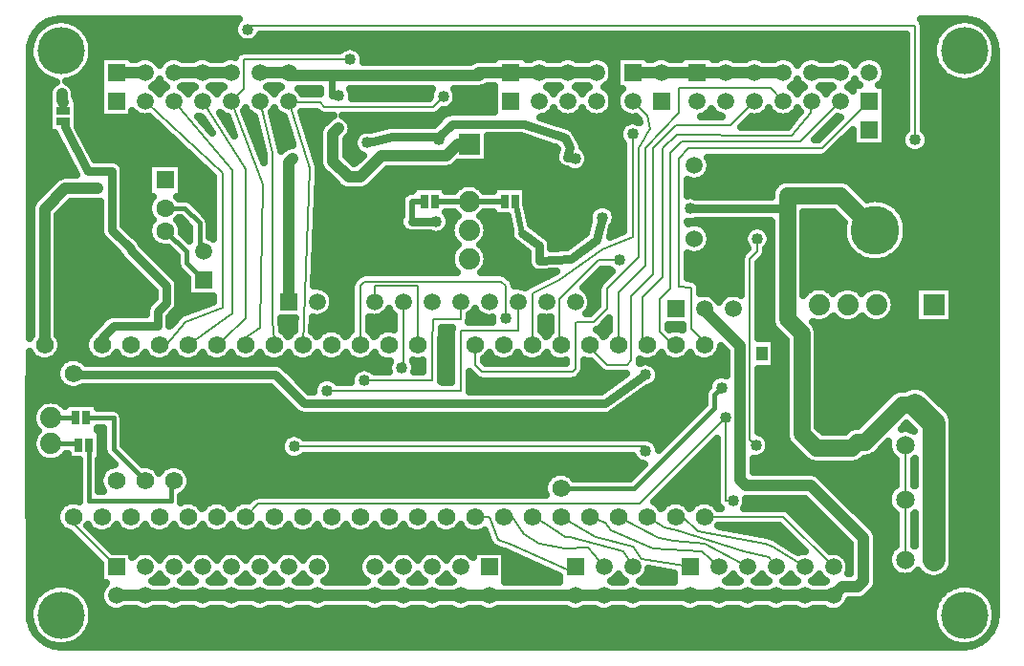
<source format=gbl>
G04 DipTrace 3.3.1.3*
G04 T4-T36-Breakout.gbl*
%MOIN*%
G04 #@! TF.FileFunction,Copper,L2,Bot*
G04 #@! TF.Part,Single*
G04 #@! TA.AperFunction,ViaPad*
%ADD13C,0.04*%
G04 #@! TA.AperFunction,Conductor*
%ADD14C,0.015*%
%ADD15C,0.023622*%
%ADD16C,0.03937*%
G04 #@! TA.AperFunction,CopperBalancing*
%ADD17C,0.025*%
G04 #@! TA.AperFunction,Conductor*
%ADD19C,0.02*%
%ADD20C,0.03*%
%ADD22C,0.008*%
%ADD23C,0.08*%
%ADD25C,0.059055*%
G04 #@! TA.AperFunction,ComponentPad*
%ADD26C,0.06*%
%ADD30R,0.059055X0.059055*%
%ADD31C,0.059055*%
%ADD33C,0.17*%
%ADD34R,0.062992X0.062992*%
%ADD35C,0.062992*%
%ADD36C,0.137795*%
%ADD38C,0.065199*%
%ADD39R,0.03937X0.051181*%
%ADD40O,0.03937X0.051181*%
%ADD48R,0.025X0.05*%
%ADD49R,0.05X0.025*%
G04 #@! TA.AperFunction,ComponentPad*
%ADD51R,0.074X0.074*%
%ADD52C,0.074*%
%ADD53C,0.06194*%
%ADD54C,0.074*%
G04 #@! TA.AperFunction,ViaPad*
%ADD59C,0.165*%
%FSLAX26Y26*%
G04*
G70*
G90*
G75*
G01*
G04 Bottom*
%LPD*%
X2418700Y2443700D2*
D13*
X2318700D1*
X743700D2*
X843700D1*
X943700D2*
X1043700D1*
X2868700D2*
X2968700D1*
X3168700D2*
X3268700D1*
X1343700D2*
X1243700D1*
X2118700D2*
X2008700D1*
Y2433700D1*
X1493700D1*
X1343700D1*
Y2443700D1*
X2218700D2*
X2118700D1*
X2318700D2*
X2218700D1*
X1043700D2*
X1143700D1*
X2968700D2*
X3068700D1*
X2768700D2*
X2868700D1*
X2418700D2*
D3*
X1493700Y2433700D2*
D15*
Y2363700D1*
X1518700D1*
X1973700Y2193700D2*
D13*
X1933700D1*
X1893700Y2153700D1*
X1668700D1*
X1593700Y2078700D1*
X1553700D1*
X1498700Y2133700D1*
Y2230188D1*
X1517212Y2248700D1*
X2543700Y2443700D2*
X2643700D1*
X2768700D1*
X553700Y2368700D2*
Y2346200D1*
X558700Y2341200D1*
D17*
Y2308700D1*
X2743700Y618700D2*
D13*
X2843700D1*
X2943700D1*
X3043700D1*
X3143700D1*
X3243700D1*
X743700D2*
X843700D1*
X943700D1*
X1043700D1*
X1143700D1*
X1243700D1*
X1343700D1*
X1443700D1*
X1643700D2*
X1743700D1*
X1843700D1*
X1943700D1*
X2043700D1*
X2343700D1*
X2443700D1*
X2543700D1*
X2743700D1*
X1443700D2*
X1643700D1*
X493700Y1493700D2*
Y1965511D1*
X566889Y2038700D1*
X678700D1*
X1618700Y2198700D2*
D20*
X1638700Y2203700D1*
X1706003Y2218700D1*
X1868700D1*
X1913700Y2263700D1*
X2163700D1*
X2308700Y2215367D1*
X2326318Y2182641D1*
X2316318Y2147641D1*
X2343734Y2143503D1*
X2793700Y1618700D2*
D13*
Y1613700D1*
X2918700Y1488700D1*
Y1023700D1*
X2938700Y1003700D1*
X3163700D1*
X3348700Y818700D1*
Y668700D1*
X3328700Y648700D1*
X3273700D1*
X3243700Y618700D1*
X1343700Y1643700D2*
Y2128700D1*
X1358700Y2143700D1*
X1818700Y1993700D2*
D19*
X1773700D1*
Y1923700D1*
D20*
X1858700D1*
X1868700Y2208700D2*
Y2218700D1*
X1093700Y1493700D2*
D22*
X1118700Y1513073D1*
X1193700Y1588073D1*
Y2108209D1*
X1043700Y2343700D1*
X993700Y1493700D2*
X1148700Y1603700D1*
Y2103700D1*
X943700Y2343700D1*
X893700Y1493700D2*
X918700D1*
X983700Y1573700D1*
X1113700Y1623700D1*
Y2093700D1*
X843700Y2343700D1*
X1201606Y2593700D2*
X1206525Y2605578D1*
X3528700D1*
Y2208700D1*
X743700Y718700D2*
X593700Y868700D1*
Y893700D1*
X2593700D2*
X2656533Y855187D1*
X2699701Y848001D1*
X2933524Y771692D1*
X3018700Y753700D1*
X3043700Y718700D1*
X2693700Y893700D2*
X2720071D1*
X2771312Y842460D1*
X3004415Y799264D1*
X3031804Y790504D1*
X3143700Y718700D1*
X2793700Y893700D2*
X3068700D1*
X3243700Y718700D1*
X3368700Y2343700D2*
X3203700Y2178700D1*
X2738700D1*
X2703700Y2143700D1*
Y1697712D1*
X2748700Y1693700D1*
Y1548700D1*
X2803700Y1493700D1*
X2793700D1*
X3268700Y2343700D2*
X3128700Y2203700D1*
X2713700D1*
X2673700Y2163700D1*
Y1688700D1*
X2638700Y1653700D1*
Y1538700D1*
X2678700Y1498700D1*
X2688700D1*
X2683700Y1493700D1*
X2693700D1*
X2593700D2*
X2578700D1*
Y1658700D1*
X2648700Y1728700D1*
Y2178700D1*
X2698010Y2228010D1*
X2781764D1*
X2921764Y2223010D1*
X3098133D1*
X3165334Y2304844D1*
X3168700Y2343700D1*
X2493700Y1493700D2*
Y1675688D1*
X2588700Y1770688D1*
Y2178700D1*
X2703700Y2303700D1*
Y2388700D1*
X3023700D1*
X3068700Y2343700D1*
X2393700Y1493700D2*
Y1483700D1*
X2453700Y1423700D1*
X2523700D1*
X2538700Y1438700D1*
Y1663700D1*
X2613700Y1738700D1*
Y2178700D1*
X2693700Y2258700D1*
X2883700D1*
X2968700Y2343700D1*
X2498700Y1788700D2*
X2423700D1*
X2288700Y1653700D1*
Y1493700D1*
X2293700D1*
X2543700Y2228700D2*
Y1869196D1*
X2439027Y1828025D1*
X2288700Y1718700D1*
X2193700Y1673700D1*
Y1493700D1*
X515700Y1148700D2*
D14*
X608267D1*
X613267Y1143700D1*
X515700Y1238700D2*
X603267D1*
X1943700Y1643700D2*
D22*
Y1583700D1*
X1848700D1*
X1843700Y1493700D1*
Y1368700D1*
X1608700D1*
X1743700Y1643700D2*
Y1418700D1*
X1738700Y1413700D1*
X1643700Y1643700D2*
Y1698700D1*
X1793700D1*
Y1493700D1*
X1593700D2*
Y1698700D1*
X1609700Y1714700D1*
X2085228D1*
X2101228Y1698700D1*
Y1586172D1*
X1393700Y1493700D2*
X1418700Y2108755D1*
X1343700Y2343700D1*
X1338700Y2338700D1*
X1453700D1*
X1468700Y2323700D1*
X1848700D1*
X1883700Y2358700D1*
X1293700Y1493700D2*
Y1509510D1*
X1287638Y1576839D1*
Y2164762D1*
X1243700Y2343700D1*
X1193700Y1493700D2*
X1170640Y1503476D1*
X1245640Y1553476D1*
X1253700Y2053700D1*
X1143700Y2343700D1*
X1187228Y2387228D1*
Y2488700D1*
X1558700D1*
X1993700Y893700D2*
X2043700D1*
X2073700Y813700D1*
X2123306Y795502D1*
X2343700Y695150D1*
Y718700D1*
X2193700Y893700D2*
X2227024Y877024D1*
X2286914Y839985D1*
X2308700Y823700D1*
X2323800D1*
X2512309Y773190D1*
X2543700Y718700D1*
X2743700D2*
X2575767Y748025D1*
X2543700Y788700D1*
X2413700Y823700D1*
X2293700Y893700D1*
X2843700Y718700D2*
X2783700Y773700D1*
X2613700Y783700D1*
X2468246Y846066D1*
X2448700Y873700D1*
X2393700Y893700D1*
X2943700Y718700D2*
X2793700Y798700D1*
X2688700Y808700D1*
X2633700Y818700D1*
X2493700Y893700D1*
X2093700D2*
X2118700D1*
X2115789Y905340D1*
X2163700Y833700D1*
X2217936Y800953D1*
X2308700Y783700D1*
X2388768Y786111D1*
X2443700Y718700D1*
X2978700Y1863700D2*
Y1819023D1*
X2952700Y1793023D1*
Y1164700D1*
X2973700Y1143700D1*
X1193700Y893700D2*
X1238672Y938672D1*
X2568672D1*
X2868700Y1238700D1*
Y948700D1*
X2893700D1*
X1363700Y1138700D2*
X2588700D1*
Y1123700D1*
X2143700Y1643700D2*
Y1543700D1*
X1943700D1*
Y1333700D1*
X1478700D1*
X3493700Y953700D2*
Y1143700D1*
Y953700D2*
Y743700D1*
X743700Y518700D2*
D13*
X843700D1*
X943700D1*
X1043700D1*
X1143700D1*
X1243700D1*
X1343700D1*
X1443700D1*
X1643700D1*
X743700Y2543700D2*
X843700D1*
X943700D1*
X1043700D1*
X1143700D1*
X1243700D1*
X1343700D1*
X1675216D1*
X2118700D1*
X2218700D1*
X2318700D1*
X2418700D1*
X2478700D1*
X2768700D1*
X2868700D1*
X2968700D1*
X3068700D1*
X3168700D1*
X3268700D1*
X3368700D1*
X3446493D1*
X3432448Y2116243D1*
X3483700Y2018700D1*
X3493700Y2023700D1*
X3506810Y2078739D1*
X3526810Y1793700D1*
X3535210Y1808157D1*
X3624920Y1893700D1*
X493700Y893700D2*
X518700Y738045D1*
X650596Y661894D1*
X678989Y555934D1*
X743700Y518700D1*
X493700Y893700D2*
X443700D1*
Y1379700D1*
X463700Y1383700D1*
X476200Y1376200D1*
X646821Y1303700D1*
X1052228D1*
Y1328700D1*
X1228700D1*
X1328700Y1228700D1*
X1893700D1*
X2543700Y518700D2*
X2743700D1*
X2843700D1*
X2943700D1*
X3043700D1*
X3143700D1*
X3243700D1*
X3693700Y1143700D2*
D23*
Y953700D1*
Y743700D1*
X1643700Y518700D2*
D13*
X1743700D1*
X1843700D1*
X1943700D1*
X2043700D1*
X2343700D1*
X2443700D1*
X2488700Y523700D1*
X2543700Y518700D1*
X3243700D2*
X3369377D1*
X3390922Y602184D1*
X3437846Y649108D1*
X3563700Y658700D1*
X3638700D1*
X3693700Y713700D1*
Y743700D1*
X3183700Y1923700D2*
Y1823700D1*
X913700Y1793109D2*
Y1793700D1*
X788700Y1918700D1*
Y2171259D1*
X807007Y2189566D1*
X1452700Y1848700D2*
X1523700D1*
X1676171Y2001171D1*
X1797504Y2088700D1*
X2163700D1*
X2213700Y2038700D1*
Y1958700D1*
X2353700D1*
X2478700Y2083700D1*
Y2238700D1*
Y2543700D1*
X743700D2*
Y2563700D1*
X673700Y2493700D1*
Y2233700D1*
X748700Y2158700D1*
X776141D1*
X807007Y2189566D1*
X1653700Y2543700D2*
X1675216D1*
X3043700Y1143700D2*
X3038700D1*
X3085250Y1097150D1*
Y1068700D1*
X3308700D1*
X3408700Y968700D1*
Y678254D1*
X3437846Y649108D1*
X593700Y1493700D2*
X476200Y1376200D1*
X1052228Y1303700D2*
Y1027228D1*
X1043700Y1018700D1*
X593700Y1493700D2*
Y1588700D1*
X643700Y1638700D1*
X773464D1*
X807007Y1672243D1*
X1523700Y1848700D2*
Y1663700D1*
X1543700Y1643700D1*
X2328700Y1868700D2*
X2208700Y1958700D1*
X2213700D1*
X3183700Y1823700D2*
Y1763700D1*
X3198700Y1748700D1*
X3475754D1*
X3535210Y1808157D1*
X3693700Y1143700D2*
Y1363700D1*
X3633700Y1423700D1*
X3603700D1*
X3483700Y1543700D1*
Y1623700D1*
X3493700Y1633700D1*
Y1730754D1*
X3475754Y1748700D1*
X3043700Y1463700D2*
D16*
Y1418109D1*
D13*
Y1143700D1*
X1973700Y2093700D2*
X2163700Y2088700D1*
X2543700Y2543700D2*
X2643700D1*
X2768700D1*
X1993700Y1493700D2*
D22*
Y1423700D1*
X2018700Y1398700D1*
X2333700D1*
X2343700Y1408700D1*
Y1568700D1*
X2348700Y1573700D1*
X2408700D1*
X2453700Y1618700D1*
Y1688700D1*
X2563700Y1798700D1*
Y2178700D1*
X2583700Y2213700D1*
X2596301Y2234397D1*
X2603766Y2246280D1*
X2593700Y2293700D1*
X2543700Y2343700D1*
X1973700Y1993700D2*
D20*
D3*
D19*
X2098700D1*
X1854133D2*
X1973700D1*
X693700Y1493700D2*
D20*
Y1518700D1*
X733700Y1558700D1*
X888700D1*
Y1608700D1*
X918700Y1638700D1*
Y1698700D1*
X793700Y1823700D1*
Y1828700D1*
X728700Y1893700D1*
Y2098700D1*
X643700D1*
X563700Y2253700D1*
D19*
X558700Y2273267D1*
X648700Y1143700D2*
D14*
Y948700D1*
X933700D1*
Y1008700D1*
X943700Y1018700D1*
X913700Y1891535D2*
X915865D1*
X988700Y1818700D1*
Y1778700D1*
X1048700Y1718700D1*
X638700Y1238700D2*
X733700D1*
Y1128700D1*
X843700Y1018700D1*
X913700Y1970275D2*
X982125D1*
X1033700Y1918700D1*
Y1833700D1*
X1048700Y1818700D1*
X2293700Y993700D2*
X2548700D1*
X2828700Y1273700D1*
Y1318700D1*
X2853700Y1343700D1*
X3593700Y1143700D2*
D23*
Y953700D1*
Y743700D1*
X3083700Y1923700D2*
D25*
Y1823700D1*
X3593700Y1143700D2*
D23*
Y1218700D1*
X3528700Y1283700D1*
D26*
X3483700D1*
X3353700Y1153700D1*
X3328700D1*
X3308700Y1133700D1*
X3184172D1*
X3133700Y1184172D1*
D25*
Y1533700D1*
X3083700Y1583700D1*
Y1823700D1*
Y1923700D2*
Y1981780D1*
Y2013700D1*
D26*
X3268700D1*
X3388700Y1893700D1*
X2134133Y1993700D2*
D19*
X2158700Y1883700D1*
D20*
X2218700Y1838700D1*
Y1786966D1*
X2328700Y1793700D1*
X2418700Y1858700D1*
X2438469Y1938239D1*
X2743700Y1968700D2*
X3070620D1*
X3083700Y1981780D1*
X593700Y1393700D2*
Y1388700D1*
X1298700D1*
X1398700Y1288700D1*
X2448700D1*
X2588700Y1388700D1*
D13*
X1517212Y2248700D3*
X553700Y2368700D3*
X1618700Y2198700D3*
X2343734Y2143503D3*
X1358700Y2143700D3*
X1858700Y1923700D3*
X1868700Y2208700D3*
X1608700Y1368700D3*
X1738700Y1413700D3*
X1478700Y1333700D3*
X1893700Y1228700D3*
X2478700Y2238700D3*
X2328700Y1868700D3*
X2853700Y1343700D3*
X2438469Y1938239D3*
X2743700Y1968700D3*
X2588700Y1388700D3*
D59*
X3700787Y551180D3*
X551180D3*
Y2519684D3*
X3700787D3*
D13*
X1653700Y2543700D3*
X1452700Y1848700D3*
X3043700Y1143700D3*
X1518700Y2363700D3*
X678700Y2038700D3*
X2498700Y1788700D3*
X2543700Y2228700D3*
X1883700Y2358700D3*
X1558700Y2488700D3*
X2978700Y1863700D3*
X2868700Y1238700D3*
X2893700Y948700D3*
X2588700Y1123700D3*
X1363700Y1138700D3*
X2973700Y1143700D3*
X3528700Y2208700D3*
X1201606Y2593700D3*
X2101228Y1586172D3*
X621775Y2604796D2*
D17*
X1153962D1*
X3561695D2*
X3630186D1*
X644526Y2579927D2*
X1154715D1*
X3561695D2*
X3607471D1*
X656762Y2555058D2*
X1173267D1*
X1229940D2*
X3495692D1*
X3561695D2*
X3595199D1*
X662181Y2530190D2*
X1535231D1*
X1582180D2*
X3495692D1*
X3561695D2*
X3589816D1*
X661714Y2505321D2*
X1159165D1*
X1604607D2*
X3495692D1*
X3561695D2*
X3590247D1*
X655363Y2480452D2*
X685171D1*
X888467D2*
X898933D1*
X1606940D2*
X1977719D1*
X2463495D2*
X2485193D1*
X3113466D2*
X3123932D1*
X3313484D2*
X3323914D1*
X3413493D2*
X3495692D1*
X3561695D2*
X3596598D1*
X443718Y2455583D2*
X460536D1*
X641835D2*
X685171D1*
X2475947D2*
X2485186D1*
X3425945D2*
X3495692D1*
X3561695D2*
X3610126D1*
X3791425D2*
X3808279D1*
X443718Y2430714D2*
X485726D1*
X616644D2*
X685171D1*
X2475696D2*
X2485154D1*
X3425694D2*
X3495692D1*
X3561695D2*
X3635317D1*
X3766235D2*
X3808279D1*
X443718Y2405846D2*
X523225D1*
X584169D2*
X685171D1*
X887498D2*
X899901D1*
X2462490D2*
X2485193D1*
X3112497D2*
X3124900D1*
X3312479D2*
X3324919D1*
X3412488D2*
X3495692D1*
X3561695D2*
X3808279D1*
X443718Y2380977D2*
X506360D1*
X601034D2*
X685171D1*
X888000D2*
X899399D1*
X988009D2*
X999372D1*
X1088018D2*
X1099416D1*
X1288001D2*
X1299400D1*
X1388010D2*
X1452913D1*
X1564345D2*
X1840390D1*
X1926991D2*
X2060181D1*
X2263010D2*
X2274392D1*
X2363020D2*
X2374383D1*
X2463029D2*
X2499367D1*
X3112999D2*
X3124398D1*
X3213008D2*
X3224371D1*
X3427237D2*
X3495692D1*
X3561695D2*
X3808279D1*
X443718Y2356108D2*
X504709D1*
X605233D2*
X685171D1*
X1567072D2*
X1834792D1*
X1932625D2*
X2060181D1*
X2475839D2*
X2486583D1*
X3427237D2*
X3495692D1*
X3561695D2*
X3808279D1*
X443718Y2331239D2*
X504709D1*
X612697D2*
X685171D1*
X1923725D2*
X2060181D1*
X2475804D2*
X2486582D1*
X3427237D2*
X3495692D1*
X3561695D2*
X3808279D1*
X443718Y2306371D2*
X504709D1*
X612697D2*
X685171D1*
X1287965D2*
X1299436D1*
X1390127D2*
X1440389D1*
X1877004D2*
X2060181D1*
X2262974D2*
X2274459D1*
X2362984D2*
X2374419D1*
X2462957D2*
X2499439D1*
X2812971D2*
X2824442D1*
X3012954D2*
X3024425D1*
X3112963D2*
X3124434D1*
X3427237D2*
X3495692D1*
X3561695D2*
X3808279D1*
X443718Y2281502D2*
X504709D1*
X612697D2*
X863479D1*
X1121965D2*
X1132180D1*
X1202417D2*
X1225084D1*
X1292881D2*
X1329040D1*
X1398058D2*
X1481764D1*
X1552647D2*
X1870318D1*
X2243992D2*
X2560263D1*
X2952130D2*
X3104195D1*
X3252122D2*
X3260866D1*
X3427237D2*
X3495692D1*
X3561695D2*
X3808279D1*
X443718Y2256633D2*
X504709D1*
X612697D2*
X890356D1*
X1211855D2*
X1231184D1*
X1298982D2*
X1336971D1*
X1405988D2*
X1457972D1*
X1565529D2*
X1682966D1*
X2318595D2*
X2504032D1*
X2927262D2*
X3083777D1*
X3227254D2*
X3236002D1*
X3427237D2*
X3495692D1*
X3561695D2*
X3808279D1*
X443718Y2231764D2*
X525845D1*
X624215D2*
X917198D1*
X1221256D2*
X1237285D1*
X1305082D2*
X1344937D1*
X1413955D2*
X1449719D1*
X1563017D2*
X1583531D1*
X2349491D2*
X2494810D1*
X3202387D2*
X3211121D1*
X3302396D2*
X3310162D1*
X3427237D2*
X3485824D1*
X3571563D2*
X3808279D1*
X443718Y2206896D2*
X538655D1*
X637062D2*
X944075D1*
X1230694D2*
X1243385D1*
X1311182D2*
X1352868D1*
X1421885D2*
X1449719D1*
X1547695D2*
X1570433D1*
X2039703D2*
X2200416D1*
X2362876D2*
X2500121D1*
X3277528D2*
X3310171D1*
X3427237D2*
X3479759D1*
X3577663D2*
X3808279D1*
X443718Y2182027D2*
X551502D1*
X649873D2*
X970916D1*
X1240132D2*
X1249485D1*
X1317283D2*
X1329866D1*
X1429815D2*
X1449719D1*
X1547695D2*
X1572802D1*
X2039703D2*
X2275019D1*
X2372278D2*
X2510707D1*
X3252660D2*
X3488120D1*
X3569266D2*
X3808279D1*
X443718Y2157158D2*
X564348D1*
X662719D2*
X997794D1*
X1437746D2*
X1449719D1*
X1547695D2*
X1595337D1*
X2039703D2*
X2273440D1*
X2390686D2*
X2510707D1*
X3227793D2*
X3808279D1*
X443718Y2132289D2*
X577159D1*
X755552D2*
X1024635D1*
X1568364D2*
X1579046D1*
X2039703D2*
X2275271D1*
X2391368D2*
X2510707D1*
X2815770D2*
X3808279D1*
X443718Y2107420D2*
X590006D1*
X771771D2*
X853216D1*
X974194D2*
X1051512D1*
X1900652D2*
X2303619D1*
X2375543D2*
X2510707D1*
X2815878D2*
X3808279D1*
X443718Y2082552D2*
X548954D1*
X772704D2*
X853216D1*
X974194D2*
X1078354D1*
X1450664D2*
X1481584D1*
X1665790D2*
X2510707D1*
X2803175D2*
X3808279D1*
X443718Y2057683D2*
X517627D1*
X772704D2*
X853216D1*
X974194D2*
X1080722D1*
X1449659D2*
X1506452D1*
X1640922D2*
X2510707D1*
X2736682D2*
X3045740D1*
X3306666D2*
X3808279D1*
X443718Y2032814D2*
X492760D1*
X772704D2*
X853216D1*
X974194D2*
X1080722D1*
X1448619D2*
X1543700D1*
X1603674D2*
X1777198D1*
X1895628D2*
X1921201D1*
X2026211D2*
X2057202D1*
X2175632D2*
X2510707D1*
X2736682D2*
X3028049D1*
X3331964D2*
X3808279D1*
X443718Y2007945D2*
X467892D1*
X772704D2*
X867103D1*
X960271D2*
X1080722D1*
X1447614D2*
X1737618D1*
X2175632D2*
X2510707D1*
X3356832D2*
X3808279D1*
X579504Y1983077D2*
X684704D1*
X772704D2*
X854652D1*
X1019910D2*
X1080722D1*
X1446609D2*
X1734711D1*
X2176386D2*
X2423688D1*
X2453268D2*
X2510707D1*
X3457846D2*
X3808279D1*
X554636Y1958208D2*
X684704D1*
X772704D2*
X854472D1*
X1044778D2*
X1080722D1*
X1445604D2*
X1734711D1*
X2181948D2*
X2393975D1*
X2482944D2*
X2510707D1*
X3482140D2*
X3808279D1*
X542687Y1933339D2*
X684704D1*
X772704D2*
X866493D1*
X960917D2*
X968494D1*
X1066883D2*
X1080722D1*
X1444600D2*
X1730836D1*
X1906680D2*
X1921596D1*
X2025816D2*
X2107727D1*
X2187510D2*
X2389741D1*
X2487215D2*
X2510707D1*
X3142209D2*
X3266679D1*
X3495417D2*
X3808279D1*
X542687Y1908470D2*
X684704D1*
X775108D2*
X855728D1*
X971646D2*
X993344D1*
X1070184D2*
X1080677D1*
X1443559D2*
X1732594D1*
X2037945D2*
X2113289D1*
X2197342D2*
X2385830D1*
X2476665D2*
X2510707D1*
X2795639D2*
X2963673D1*
X2993720D2*
X3025178D1*
X3142209D2*
X3275686D1*
X3501697D2*
X3808279D1*
X542687Y1883602D2*
X685960D1*
X799976D2*
X853754D1*
X974373D2*
X997219D1*
X1070184D2*
X1080677D1*
X1442554D2*
X1760548D1*
X1884719D2*
X1908498D1*
X2038878D2*
X2114725D1*
X2230499D2*
X2379622D1*
X2470134D2*
X2494523D1*
X2814084D2*
X2934176D1*
X3142209D2*
X3275183D1*
X3502235D2*
X3808279D1*
X542687Y1858733D2*
X702503D1*
X824844D2*
X863371D1*
X1441549D2*
X1918187D1*
X2029189D2*
X2123050D1*
X2257520D2*
X2345388D1*
X2817457D2*
X2929978D1*
X3142209D2*
X3280351D1*
X3497067D2*
X3808279D1*
X542687Y1833864D2*
X727370D1*
X844724D2*
X905141D1*
X1440545D2*
X1922027D1*
X2025385D2*
X2153480D1*
X2262687D2*
X2303224D1*
X2809168D2*
X2940528D1*
X3016865D2*
X3025210D1*
X3142209D2*
X3292121D1*
X3485262D2*
X3808279D1*
X542687Y1808995D2*
X752238D1*
X869591D2*
X947843D1*
X1439540D2*
X1909575D1*
X2037837D2*
X2174723D1*
X2775293D2*
X2924236D1*
X3010011D2*
X3025178D1*
X3142209D2*
X3313687D1*
X3463695D2*
X3808279D1*
X542687Y1784127D2*
X772082D1*
X894459D2*
X952221D1*
X1438535D2*
X1908427D1*
X2038949D2*
X2174795D1*
X2736682D2*
X2919715D1*
X2989414D2*
X3025178D1*
X3142209D2*
X3365612D1*
X3411807D2*
X3808279D1*
X542687Y1759258D2*
X796950D1*
X919327D2*
X958321D1*
X1437495D2*
X1917864D1*
X2029548D2*
X2185309D1*
X2736682D2*
X2919715D1*
X2985682D2*
X3025178D1*
X3142209D2*
X3808279D1*
X542687Y1734389D2*
X821817D1*
X944195D2*
X982435D1*
X1436490D2*
X1583782D1*
X2111148D2*
X2248106D1*
X2415016D2*
X2453759D1*
X2736682D2*
X2919715D1*
X2985682D2*
X3025178D1*
X3142209D2*
X3808279D1*
X542687Y1709520D2*
X846685D1*
X961240D2*
X990186D1*
X1435485D2*
X1562682D1*
X2132248D2*
X2195608D1*
X2390148D2*
X2428927D1*
X2777267D2*
X2919715D1*
X2985682D2*
X3025178D1*
X3142209D2*
X3808279D1*
X542687Y1684651D2*
X871553D1*
X962675D2*
X990186D1*
X1484431D2*
X1560709D1*
X2384442D2*
X2420709D1*
X2781680D2*
X2919715D1*
X2985682D2*
X3025178D1*
X3142209D2*
X3153321D1*
X3234072D2*
X3253330D1*
X3334081D2*
X3353303D1*
X3434091D2*
X3527700D1*
X3659695D2*
X3808279D1*
X542687Y1659783D2*
X874711D1*
X962675D2*
X1080722D1*
X1499861D2*
X1560709D1*
X2399873D2*
X2420709D1*
X2834287D2*
X2853114D1*
X2985682D2*
X3025178D1*
X3454078D2*
X3527700D1*
X3659695D2*
X3808279D1*
X542687Y1634914D2*
X854041D1*
X962531D2*
X1055424D1*
X1501512D2*
X1560709D1*
X2401523D2*
X2420709D1*
X2985682D2*
X3025178D1*
X3459676D2*
X3527700D1*
X3659695D2*
X3808279D1*
X542687Y1610045D2*
X844747D1*
X951192D2*
X990760D1*
X1490998D2*
X1560709D1*
X2390973D2*
X2399430D1*
X2985682D2*
X3025178D1*
X3455119D2*
X3527700D1*
X3659695D2*
X3808279D1*
X542687Y1585176D2*
X698986D1*
X932676D2*
X951252D1*
X1320620D2*
X1364386D1*
X1430425D2*
X1560709D1*
X1626676D2*
X1710705D1*
X1976690D2*
X2052250D1*
X2226695D2*
X2255714D1*
X2985682D2*
X3025178D1*
X3237158D2*
X3250244D1*
X3337132D2*
X3350253D1*
X3437141D2*
X3527700D1*
X3659695D2*
X3808279D1*
X542687Y1560308D2*
X674118D1*
X1322235D2*
X1363382D1*
X1429421D2*
X1560709D1*
X1626676D2*
X1710705D1*
X2226695D2*
X2255714D1*
X2440924D2*
X2460720D1*
X2671695D2*
X2715713D1*
X2985682D2*
X3030310D1*
X3185485D2*
X3808279D1*
X542687Y1535439D2*
X651691D1*
X1335691D2*
X1351719D1*
X1435700D2*
X1451693D1*
X1535710D2*
X1551702D1*
X1635683D2*
X1651711D1*
X1879049D2*
X1910723D1*
X2235702D2*
X2251695D1*
X2435685D2*
X2451713D1*
X2985682D2*
X3050225D1*
X3192195D2*
X3808279D1*
X551119Y1510570D2*
X636260D1*
X1877686D2*
X1910723D1*
X3042379D2*
X3075093D1*
X3192231D2*
X3808279D1*
X553093Y1485701D2*
X634287D1*
X1876681D2*
X1910723D1*
X3042379D2*
X3075165D1*
X3192231D2*
X3808279D1*
X543332Y1460833D2*
X644083D1*
X1876681D2*
X1910723D1*
X2843329D2*
X2869692D1*
X3042379D2*
X3075165D1*
X3192231D2*
X3808279D1*
X443718Y1435964D2*
X552255D1*
X635124D2*
X1695382D1*
X1782019D2*
X1810714D1*
X1876681D2*
X1910723D1*
X2027072D2*
X2310724D1*
X2376691D2*
X2395806D1*
X2571578D2*
X2869692D1*
X3042379D2*
X3075165D1*
X3192231D2*
X3808279D1*
X443718Y1411095D2*
X536431D1*
X1337485D2*
X1587120D1*
X1630300D2*
X1689784D1*
X1787617D2*
X1810714D1*
X1876681D2*
X1910723D1*
X2376691D2*
X2420673D1*
X2631936D2*
X2869692D1*
X2985682D2*
X3075165D1*
X3192231D2*
X3808279D1*
X443718Y1386226D2*
X534242D1*
X1362353D2*
X1563149D1*
X1876681D2*
X1910723D1*
X1976690D2*
X1985542D1*
X2366859D2*
X2511353D1*
X2637641D2*
X2832408D1*
X2985682D2*
X3075165D1*
X3192231D2*
X3808279D1*
X443718Y1361357D2*
X543715D1*
X1387221D2*
X1438846D1*
X1976690D2*
X2476545D1*
X2628814D2*
X2808187D1*
X2985682D2*
X3075165D1*
X3192231D2*
X3808279D1*
X443718Y1336489D2*
X585843D1*
X601549D2*
X1289747D1*
X1412089D2*
X1429803D1*
X1976690D2*
X2441701D1*
X2589485D2*
X2797242D1*
X2985682D2*
X3075165D1*
X3192231D2*
X3461099D1*
X3571635D2*
X3808279D1*
X443718Y1311620D2*
X1314615D1*
X2554677D2*
X2792218D1*
X2985682D2*
X3075165D1*
X3192231D2*
X3429234D1*
X3597328D2*
X3808279D1*
X443718Y1286751D2*
X471695D1*
X680195D2*
X1339483D1*
X2519869D2*
X2791178D1*
X2985682D2*
X3075165D1*
X3192231D2*
X3404367D1*
X3622196D2*
X3808279D1*
X443718Y1261882D2*
X454097D1*
X761078D2*
X1364351D1*
X2485026D2*
X2766310D1*
X2985682D2*
X3075165D1*
X3192231D2*
X3379499D1*
X3646776D2*
X3808279D1*
X770192Y1237014D2*
X2741442D1*
X2985682D2*
X3075165D1*
X3192231D2*
X3354631D1*
X3660125D2*
X3808279D1*
X443718Y1212145D2*
X455531D1*
X770192D2*
X2716574D1*
X2985682D2*
X3075165D1*
X3192231D2*
X3329763D1*
X3494520D2*
X3503709D1*
X3662709D2*
X3808279D1*
X443718Y1187276D2*
X462760D1*
X770192D2*
X2691707D1*
X2992392D2*
X3074806D1*
X3662709D2*
X3808279D1*
X443718Y1162407D2*
X451229D1*
X770192D2*
X1321218D1*
X2616936D2*
X2666839D1*
X3018767D2*
X3079076D1*
X3662709D2*
X3808279D1*
X775431Y1137539D2*
X1314723D1*
X2813151D2*
X2835710D1*
X3022284D2*
X3097951D1*
X3419916D2*
X3432428D1*
X3662709D2*
X3808279D1*
X443718Y1112670D2*
X460930D1*
X690206D2*
X701211D1*
X800299D2*
X1322689D1*
X2788283D2*
X2835710D1*
X3010837D2*
X3122819D1*
X3395049D2*
X3440897D1*
X3662709D2*
X3808279D1*
X443718Y1087801D2*
X495236D1*
X536156D2*
X612218D1*
X685183D2*
X724033D1*
X825167D2*
X2556674D1*
X2763415D2*
X2835710D1*
X2967704D2*
X3148728D1*
X3344129D2*
X3460705D1*
X3662709D2*
X3808279D1*
X443718Y1062932D2*
X612218D1*
X685183D2*
X704512D1*
X882869D2*
X904531D1*
X982878D2*
X2567368D1*
X2738548D2*
X2835710D1*
X2967704D2*
X3460705D1*
X3662709D2*
X3808279D1*
X443718Y1038064D2*
X612218D1*
X1000318D2*
X2254673D1*
X2332733D2*
X2542500D1*
X2713680D2*
X2835710D1*
X3197506D2*
X3460705D1*
X3662709D2*
X3808279D1*
X443718Y1013195D2*
X612218D1*
X1003404D2*
X2237162D1*
X2688812D2*
X2835710D1*
X3222446D2*
X3460705D1*
X3662709D2*
X3808279D1*
X443718Y988326D2*
X612218D1*
X994971D2*
X2234004D1*
X2663944D2*
X2835710D1*
X3247314D2*
X3443301D1*
X3662709D2*
X3808279D1*
X443718Y963457D2*
X612218D1*
X970175D2*
X1218410D1*
X2639077D2*
X2835710D1*
X3272181D2*
X3432930D1*
X3662709D2*
X3808279D1*
X443718Y938588D2*
X555342D1*
X1032075D2*
X1055316D1*
X1132084D2*
X1155325D1*
X2632079D2*
X2655320D1*
X2732088D2*
X2755329D1*
X2941580D2*
X3160569D1*
X3297049D2*
X3434079D1*
X3662709D2*
X3808279D1*
X443718Y913720D2*
X537328D1*
X3094303D2*
X3185437D1*
X3321917D2*
X3447679D1*
X3662709D2*
X3808279D1*
X443718Y888851D2*
X533955D1*
X3119171D2*
X3210305D1*
X3346784D2*
X3460705D1*
X3662709D2*
X3808279D1*
X443718Y863982D2*
X542028D1*
X3144039D2*
X3235173D1*
X3371652D2*
X3460705D1*
X3662709D2*
X3808279D1*
X443718Y839113D2*
X573248D1*
X714141D2*
X773266D1*
X814150D2*
X873240D1*
X914160D2*
X973249D1*
X1014133D2*
X1073258D1*
X1114142D2*
X1173267D1*
X1214151D2*
X1273241D1*
X1314161D2*
X1373250D1*
X1414134D2*
X1473259D1*
X1514143D2*
X1573268D1*
X1614152D2*
X1673242D1*
X1714162D2*
X1773251D1*
X1814135D2*
X1873260D1*
X1914144D2*
X1973233D1*
X2014153D2*
X2029105D1*
X2959235D2*
X3077677D1*
X3168907D2*
X3260040D1*
X3392967D2*
X3460705D1*
X3662709D2*
X3808279D1*
X443718Y814245D2*
X602529D1*
X693795D2*
X2038435D1*
X3053754D2*
X3102545D1*
X3193774D2*
X3284908D1*
X3397704D2*
X3460705D1*
X3662709D2*
X3808279D1*
X443718Y789376D2*
X627397D1*
X718663D2*
X2052825D1*
X3092509D2*
X3127412D1*
X3218642D2*
X3299692D1*
X3397704D2*
X3453707D1*
X3662709D2*
X3808279D1*
X443718Y764507D2*
X652265D1*
X878455D2*
X908944D1*
X978464D2*
X1008954D1*
X1078437D2*
X1108963D1*
X1178447D2*
X1208936D1*
X1278456D2*
X1308945D1*
X1378465D2*
X1408955D1*
X1478438D2*
X1608937D1*
X1678457D2*
X1708946D1*
X1778430D2*
X1808956D1*
X1878439D2*
X1908965D1*
X2102213D2*
X2115299D1*
X3278461D2*
X3299692D1*
X3397704D2*
X3435909D1*
X3662709D2*
X3808279D1*
X443718Y739638D2*
X677132D1*
X1498175D2*
X1589237D1*
X2102213D2*
X2169915D1*
X3397704D2*
X3432249D1*
X3662565D2*
X3808279D1*
X443718Y714770D2*
X685171D1*
X1502086D2*
X1585325D1*
X2102213D2*
X2224530D1*
X3397704D2*
X3439677D1*
X3656070D2*
X3808279D1*
X443718Y689901D2*
X685171D1*
X1494263D2*
X1593148D1*
X2102213D2*
X2279146D1*
X2594257D2*
X2685176D1*
X3397704D2*
X3466769D1*
X3520643D2*
X3552138D1*
X3635257D2*
X3808279D1*
X443718Y665032D2*
X685171D1*
X3397561D2*
X3808279D1*
X443718Y640163D2*
X485726D1*
X616608D2*
X689441D1*
X3387908D2*
X3635353D1*
X3766235D2*
X3808279D1*
X443718Y615295D2*
X460536D1*
X641835D2*
X685278D1*
X3363542D2*
X3610162D1*
X3791425D2*
X3808279D1*
X655363Y590426D2*
X692850D1*
X3294573D2*
X3596598D1*
X661714Y565557D2*
X723495D1*
X763913D2*
X823468D1*
X863922D2*
X923477D1*
X963931D2*
X1023487D1*
X1063904D2*
X1123496D1*
X1163914D2*
X1223469D1*
X1263923D2*
X1323478D1*
X1363932D2*
X1423488D1*
X1463905D2*
X1623470D1*
X1663924D2*
X1723479D1*
X1763933D2*
X1823489D1*
X1863906D2*
X1923462D1*
X1963916D2*
X2023471D1*
X2063925D2*
X2323463D1*
X2363917D2*
X2423472D1*
X2463926D2*
X2523482D1*
X2563935D2*
X2723464D1*
X2763918D2*
X2823473D1*
X2863927D2*
X2923483D1*
X2963936D2*
X3023492D1*
X3063909D2*
X3123465D1*
X3163919D2*
X3223474D1*
X3263928D2*
X3590247D1*
X662181Y540688D2*
X3589816D1*
X656762Y515819D2*
X3595199D1*
X644526Y490951D2*
X3607435D1*
X621775Y466082D2*
X3630186D1*
X556215Y441213D2*
X3695746D1*
X3118693Y2418439D2*
X3114021Y2410772D1*
X3108312Y2404088D1*
X3101628Y2398379D1*
X3093961Y2393707D1*
X3101628Y2389021D1*
X3108312Y2383312D1*
X3114021Y2376628D1*
X3118693Y2368961D1*
X3123379Y2376628D1*
X3129088Y2383312D1*
X3135772Y2389021D1*
X3143439Y2393693D1*
X3135772Y2398379D1*
X3129088Y2404088D1*
X3123379Y2410772D1*
X3118707Y2418439D1*
X3199870Y2397205D2*
X3193961Y2393707D1*
X3201628Y2389021D1*
X3208312Y2383312D1*
X3214021Y2376628D1*
X3218693Y2368961D1*
X3223379Y2376628D1*
X3229088Y2383312D1*
X3235772Y2389021D1*
X3243439Y2393693D1*
X3237530Y2397205D1*
X3199982Y2397208D1*
X3318693Y2418439D2*
X3314021Y2410772D1*
X3308312Y2404088D1*
X3301628Y2398379D1*
X3293961Y2393707D1*
X3301628Y2389021D1*
X3308312Y2383312D1*
X3312670Y2378341D1*
X3312681Y2399719D1*
X3334032D1*
X3329088Y2404088D1*
X3323379Y2410772D1*
X3318707Y2418439D1*
X2071867Y2499720D2*
X2174720D1*
Y2490210D1*
X2187418Y2490192D1*
X2193268Y2493614D1*
X2201389Y2496978D1*
X2209937Y2499030D1*
X2218700Y2499720D1*
X2227463Y2499030D1*
X2236011Y2496978D1*
X2244132Y2493614D1*
X2249870Y2490195D1*
X2287418Y2490192D1*
X2293268Y2493614D1*
X2301389Y2496978D1*
X2309937Y2499030D1*
X2318700Y2499720D1*
X2327463Y2499030D1*
X2336011Y2496978D1*
X2344132Y2493614D1*
X2349870Y2490195D1*
X2387418Y2490192D1*
X2393268Y2493614D1*
X2401389Y2496978D1*
X2409937Y2499030D1*
X2418700Y2499720D1*
X2427463Y2499030D1*
X2436011Y2496978D1*
X2444132Y2493614D1*
X2451628Y2489021D1*
X2458312Y2483312D1*
X2464021Y2476628D1*
X2468614Y2469132D1*
X2471978Y2461011D1*
X2474030Y2452463D1*
X2474720Y2443700D1*
X2474030Y2434937D1*
X2471978Y2426389D1*
X2468614Y2418268D1*
X2464021Y2410772D1*
X2458312Y2404088D1*
X2451628Y2398379D1*
X2443961Y2393707D1*
X2451628Y2389021D1*
X2458312Y2383312D1*
X2464021Y2376628D1*
X2468614Y2369132D1*
X2471978Y2361011D1*
X2474030Y2352463D1*
X2474720Y2343700D1*
X2474030Y2334937D1*
X2471978Y2326389D1*
X2468614Y2318268D1*
X2464021Y2310772D1*
X2458312Y2304088D1*
X2451628Y2298379D1*
X2444132Y2293786D1*
X2436011Y2290422D1*
X2427463Y2288370D1*
X2418700Y2287680D1*
X2409937Y2288370D1*
X2401389Y2290422D1*
X2393268Y2293786D1*
X2385772Y2298379D1*
X2379088Y2304088D1*
X2373379Y2310772D1*
X2368707Y2318439D1*
X2364021Y2310772D1*
X2358312Y2304088D1*
X2351628Y2298379D1*
X2344132Y2293786D1*
X2336011Y2290422D1*
X2327463Y2288370D1*
X2318700Y2287680D1*
X2309937Y2288370D1*
X2301389Y2290422D1*
X2293268Y2293786D1*
X2285772Y2298379D1*
X2279088Y2304088D1*
X2273379Y2310772D1*
X2268707Y2318439D1*
X2264021Y2310772D1*
X2258312Y2304088D1*
X2251628Y2298379D1*
X2244132Y2293786D1*
X2236011Y2290422D1*
X2227463Y2288370D1*
X2222529Y2287831D1*
X2323707Y2254050D1*
X2329574Y2251226D1*
X2334926Y2247519D1*
X2339633Y2243020D1*
X2343579Y2237841D1*
X2362841Y2202331D1*
X2365295Y2196869D1*
X2367040Y2190597D1*
X2367784Y2184116D1*
X2368026Y2183144D1*
X2373928Y2178856D1*
X2379087Y2173697D1*
X2383375Y2167795D1*
X2386687Y2161295D1*
X2388942Y2154357D1*
X2390083Y2147151D1*
Y2139855D1*
X2388942Y2132650D1*
X2386687Y2125711D1*
X2383375Y2119211D1*
X2379087Y2113309D1*
X2373928Y2108150D1*
X2368026Y2103862D1*
X2361526Y2100550D1*
X2354587Y2098296D1*
X2347382Y2097154D1*
X2340086D1*
X2332881Y2098296D1*
X2325942Y2100550D1*
X2319442Y2103862D1*
X2316845Y2105597D1*
X2306926Y2107226D1*
X2300719Y2109192D1*
X2294897Y2112106D1*
X2289602Y2115895D1*
X2284964Y2120465D1*
X2281099Y2125704D1*
X2278101Y2131484D1*
X2276044Y2137661D1*
X2274979Y2144084D1*
X2274931Y2150595D1*
X2275906Y2157045D1*
X2281795Y2177844D1*
X2279969Y2181204D1*
X2156991Y2222200D1*
X2037208Y2222208D1*
X2037192Y2130208D1*
X1935963D1*
X1923894Y2118347D1*
X1917992Y2114059D1*
X1911492Y2110747D1*
X1904553Y2108492D1*
X1897348Y2107351D1*
X1866141Y2107208D1*
X1687976D1*
X1623894Y2043347D1*
X1617992Y2039059D1*
X1611492Y2035747D1*
X1604553Y2033492D1*
X1597348Y2032351D1*
X1566141Y2032208D1*
X1550052Y2032351D1*
X1542847Y2033492D1*
X1535908Y2035747D1*
X1529408Y2039059D1*
X1523506Y2043347D1*
X1501338Y2065312D1*
X1463347Y2103506D1*
X1459059Y2109408D1*
X1455747Y2115908D1*
X1453492Y2122847D1*
X1452351Y2130052D1*
X1452208Y2161259D1*
X1452351Y2233836D1*
X1453492Y2241042D1*
X1455747Y2247980D1*
X1459059Y2254480D1*
X1463347Y2260383D1*
X1484337Y2281575D1*
X1489884Y2286313D1*
X1496105Y2290125D1*
X1502859Y2292921D1*
X1490432Y2293208D1*
X1466308Y2293302D1*
X1461582Y2294050D1*
X1457031Y2295529D1*
X1452768Y2297701D1*
X1448897Y2300514D1*
X1447132Y2302146D1*
X1435327Y2308208D1*
X1387063D1*
X1448386Y2115720D1*
X1449110Y2110991D1*
X1448421Y2089159D1*
X1432546Y1698595D1*
X1439305Y1699547D1*
X1448095D1*
X1456778Y1698172D1*
X1465138Y1695455D1*
X1472970Y1691465D1*
X1480082Y1686298D1*
X1486298Y1680082D1*
X1491465Y1672970D1*
X1495455Y1665138D1*
X1498172Y1656778D1*
X1499547Y1648095D1*
Y1639305D1*
X1498172Y1630622D1*
X1495455Y1622262D1*
X1491465Y1614430D1*
X1486298Y1607318D1*
X1480082Y1601102D1*
X1472970Y1595935D1*
X1465138Y1591945D1*
X1456778Y1589228D1*
X1448095Y1587853D1*
X1439305D1*
X1430622Y1589228D1*
X1428125Y1589932D1*
X1426145Y1541122D1*
X1431019Y1537394D1*
X1437394Y1531019D1*
X1442694Y1523724D1*
X1443667Y1521986D1*
X1447212Y1527475D1*
X1453068Y1534332D1*
X1459925Y1540188D1*
X1467613Y1544899D1*
X1475943Y1548350D1*
X1484711Y1550454D1*
X1493700Y1551162D1*
X1502689Y1550454D1*
X1511457Y1548350D1*
X1519787Y1544899D1*
X1527475Y1540188D1*
X1534332Y1534332D1*
X1540188Y1527475D1*
X1543667Y1521986D1*
X1547212Y1527475D1*
X1553068Y1534332D1*
X1559925Y1540188D1*
X1563222Y1542391D1*
X1563302Y1701092D1*
X1564050Y1705818D1*
X1565529Y1710369D1*
X1567701Y1714632D1*
X1570514Y1718503D1*
X1589897Y1737886D1*
X1593768Y1740699D1*
X1598031Y1742871D1*
X1602582Y1744350D1*
X1607308Y1745098D1*
X1683191Y1745192D1*
X1932465Y1745420D1*
X1925420Y1752465D1*
X1919564Y1760525D1*
X1915041Y1769403D1*
X1911962Y1778878D1*
X1910404Y1788718D1*
Y1798682D1*
X1911962Y1808522D1*
X1915041Y1817997D1*
X1919564Y1826875D1*
X1925420Y1834935D1*
X1932465Y1841980D1*
X1934622Y1843680D1*
X1928804Y1848804D1*
X1922334Y1856380D1*
X1917128Y1864875D1*
X1913315Y1874080D1*
X1910990Y1883768D1*
X1910208Y1893700D1*
X1910990Y1903632D1*
X1913315Y1913320D1*
X1917128Y1922525D1*
X1922334Y1931020D1*
X1928804Y1938596D1*
X1934622Y1943680D1*
X1928804Y1948804D1*
X1922334Y1956380D1*
X1921782Y1957206D1*
X1893140Y1957208D1*
X1894053Y1953894D1*
X1898341Y1947992D1*
X1901653Y1941492D1*
X1903908Y1934553D1*
X1905049Y1927348D1*
Y1920052D1*
X1903908Y1912847D1*
X1901653Y1905908D1*
X1898341Y1899408D1*
X1894053Y1893506D1*
X1888894Y1888347D1*
X1882992Y1884059D1*
X1876492Y1880747D1*
X1869553Y1878492D1*
X1862348Y1877351D1*
X1855052D1*
X1847847Y1878492D1*
X1840908Y1880747D1*
X1837735Y1882210D1*
X1770445Y1882336D1*
X1764014Y1883354D1*
X1757822Y1885366D1*
X1752020Y1888322D1*
X1746753Y1892149D1*
X1742149Y1896753D1*
X1738322Y1902020D1*
X1735366Y1907822D1*
X1733354Y1914014D1*
X1732336Y1920445D1*
Y1926955D1*
X1733354Y1933386D1*
X1735366Y1939578D1*
X1737209Y1943392D1*
X1737320Y1996563D1*
X1738216Y2002219D1*
X1739986Y2007665D1*
X1742585Y2012767D1*
X1745951Y2017400D1*
X1750000Y2021449D1*
X1754633Y2024815D1*
X1759735Y2027414D1*
X1765181Y2029184D1*
X1770837Y2030080D1*
X1773711Y2030192D1*
X1779708Y2034071D1*
Y2045192D1*
X1893126D1*
Y2030156D1*
X1921775Y2030192D1*
X1925420Y2034935D1*
X1932465Y2041980D1*
X1940525Y2047836D1*
X1949403Y2052359D1*
X1958878Y2055438D1*
X1968718Y2056996D1*
X1978682D1*
X1988522Y2055438D1*
X1997997Y2052359D1*
X2006875Y2047836D1*
X2014935Y2041980D1*
X2021980Y2034935D1*
X2025618Y2030194D1*
X2059714Y2030192D1*
X2059708Y2045192D1*
X2173125D1*
Y1986521D1*
X2189701Y1912314D1*
X2245647Y1870251D1*
X2250251Y1865647D1*
X2254078Y1860380D1*
X2257034Y1854578D1*
X2259046Y1848386D1*
X2260064Y1841955D1*
X2260192Y1831057D1*
X2314125Y1834378D1*
X2382108Y1883454D1*
X2393138Y1927875D1*
X2392120Y1934592D1*
Y1941887D1*
X2393261Y1949093D1*
X2395516Y1956031D1*
X2398828Y1962531D1*
X2403116Y1968434D1*
X2408275Y1973592D1*
X2414177Y1977880D1*
X2420677Y1981192D1*
X2427616Y1983447D1*
X2434821Y1984588D1*
X2442117D1*
X2449322Y1983447D1*
X2456261Y1981192D1*
X2462761Y1977880D1*
X2468663Y1973592D1*
X2473822Y1968434D1*
X2478110Y1962531D1*
X2481422Y1956031D1*
X2483677Y1949093D1*
X2484818Y1941887D1*
Y1934592D1*
X2483677Y1927386D1*
X2481422Y1920448D1*
X2478110Y1913947D1*
X2473677Y1907888D1*
X2464463Y1870805D1*
X2513187Y1889961D1*
X2513208Y2193625D1*
X2508347Y2198506D1*
X2504059Y2204408D1*
X2500747Y2210908D1*
X2498492Y2217847D1*
X2497351Y2225052D1*
Y2232348D1*
X2498492Y2239553D1*
X2500747Y2246492D1*
X2504059Y2252992D1*
X2508347Y2258894D1*
X2513506Y2264053D1*
X2519408Y2268341D1*
X2525908Y2271653D1*
X2532847Y2273908D1*
X2540052Y2275049D1*
X2547348D1*
X2554553Y2273908D1*
X2561492Y2271653D1*
X2567905Y2268390D1*
X2565643Y2278635D1*
X2555367Y2288911D1*
X2548095Y2287853D1*
X2539305D1*
X2530622Y2289228D1*
X2522262Y2291945D1*
X2514430Y2295935D1*
X2507318Y2301102D1*
X2501102Y2307318D1*
X2495935Y2314430D1*
X2491945Y2322262D1*
X2489228Y2330622D1*
X2487853Y2339305D1*
Y2348095D1*
X2489228Y2356778D1*
X2491945Y2365138D1*
X2495935Y2372970D1*
X2501102Y2380082D1*
X2507318Y2386298D1*
X2509059Y2387670D1*
X2487680Y2387680D1*
Y2499720D1*
X2599720D1*
Y2490210D1*
X2612418Y2490192D1*
X2618268Y2493614D1*
X2626389Y2496978D1*
X2634937Y2499030D1*
X2643700Y2499720D1*
X2652463Y2499030D1*
X2661011Y2496978D1*
X2669132Y2493614D1*
X2674870Y2490195D1*
X2712680Y2490201D1*
Y2499720D1*
X2824720D1*
Y2490210D1*
X2837418Y2490192D1*
X2843268Y2493614D1*
X2851389Y2496978D1*
X2859937Y2499030D1*
X2868700Y2499720D1*
X2877463Y2499030D1*
X2886011Y2496978D1*
X2894132Y2493614D1*
X2899870Y2490195D1*
X2937418Y2490192D1*
X2943268Y2493614D1*
X2951389Y2496978D1*
X2959937Y2499030D1*
X2968700Y2499720D1*
X2977463Y2499030D1*
X2986011Y2496978D1*
X2994132Y2493614D1*
X2999870Y2490195D1*
X3037418Y2490192D1*
X3043268Y2493614D1*
X3051389Y2496978D1*
X3059937Y2499030D1*
X3068700Y2499720D1*
X3077463Y2499030D1*
X3086011Y2496978D1*
X3094132Y2493614D1*
X3101628Y2489021D1*
X3108312Y2483312D1*
X3114021Y2476628D1*
X3118693Y2468961D1*
X3123379Y2476628D1*
X3129088Y2483312D1*
X3135772Y2489021D1*
X3143268Y2493614D1*
X3151389Y2496978D1*
X3159937Y2499030D1*
X3168700Y2499720D1*
X3177463Y2499030D1*
X3186011Y2496978D1*
X3194132Y2493614D1*
X3199870Y2490195D1*
X3237418Y2490192D1*
X3243268Y2493614D1*
X3251389Y2496978D1*
X3259937Y2499030D1*
X3268700Y2499720D1*
X3277463Y2499030D1*
X3286011Y2496978D1*
X3294132Y2493614D1*
X3301628Y2489021D1*
X3308312Y2483312D1*
X3314021Y2476628D1*
X3318693Y2468961D1*
X3323379Y2476628D1*
X3329088Y2483312D1*
X3335772Y2489021D1*
X3343268Y2493614D1*
X3351389Y2496978D1*
X3359937Y2499030D1*
X3368700Y2499720D1*
X3377463Y2499030D1*
X3386011Y2496978D1*
X3394132Y2493614D1*
X3401628Y2489021D1*
X3408312Y2483312D1*
X3414021Y2476628D1*
X3418614Y2469132D1*
X3421978Y2461011D1*
X3424030Y2452463D1*
X3424720Y2443700D1*
X3424030Y2434937D1*
X3421978Y2426389D1*
X3418614Y2418268D1*
X3414021Y2410772D1*
X3408312Y2404088D1*
X3403341Y2399730D1*
X3424720Y2399719D1*
Y2187680D1*
X3312681D1*
Y2244556D1*
X3223503Y2155513D1*
X3219632Y2152701D1*
X3215369Y2150529D1*
X3210818Y2149050D1*
X3206092Y2148302D1*
X3130209Y2148208D1*
X2806929D1*
X2810455Y2141091D1*
X2813172Y2132730D1*
X2814547Y2124048D1*
Y2115258D1*
X2813172Y2106575D1*
X2810455Y2098215D1*
X2806465Y2090383D1*
X2801298Y2083271D1*
X2795082Y2077055D1*
X2787970Y2071888D1*
X2780138Y2067897D1*
X2771778Y2065181D1*
X2763095Y2063806D1*
X2754305D1*
X2745622Y2065181D1*
X2737262Y2067897D1*
X2734188Y2069314D1*
X2734192Y2014194D1*
X2740052Y2015049D1*
X2747348D1*
X2754553Y2013908D1*
X2761492Y2011653D1*
X2764665Y2010190D1*
X3027293Y2010192D1*
X3027382Y2018132D1*
X3028769Y2026888D1*
X3031508Y2035319D1*
X3035532Y2043217D1*
X3040743Y2050389D1*
X3047011Y2056657D1*
X3054183Y2061868D1*
X3062081Y2065892D1*
X3070512Y2068631D1*
X3079268Y2070018D1*
X3102073Y2070192D1*
X3273132Y2070018D1*
X3281888Y2068631D1*
X3290319Y2065892D1*
X3298217Y2061868D1*
X3305389Y2056657D1*
X3321638Y2040655D1*
X3360688Y2001604D1*
X3371259Y2003819D1*
X3379952Y2004848D1*
X3388700Y2005192D1*
X3397448Y2004848D1*
X3406141Y2003819D1*
X3414727Y2002112D1*
X3423153Y1999735D1*
X3431366Y1996705D1*
X3439316Y1993040D1*
X3446954Y1988763D1*
X3454233Y1983899D1*
X3461108Y1978479D1*
X3467537Y1972537D1*
X3473479Y1966108D1*
X3478899Y1959233D1*
X3483763Y1951954D1*
X3488040Y1944316D1*
X3491705Y1936366D1*
X3494735Y1928153D1*
X3497112Y1919727D1*
X3498819Y1911141D1*
X3499848Y1902448D1*
X3500192Y1893700D1*
X3499848Y1884952D1*
X3498819Y1876259D1*
X3497112Y1867673D1*
X3494735Y1859247D1*
X3491705Y1851034D1*
X3488040Y1843084D1*
X3483763Y1835446D1*
X3478899Y1828167D1*
X3473479Y1821292D1*
X3467537Y1814863D1*
X3461108Y1808921D1*
X3454233Y1803501D1*
X3446954Y1798637D1*
X3439316Y1794360D1*
X3431366Y1790695D1*
X3423153Y1787665D1*
X3414727Y1785288D1*
X3406141Y1783581D1*
X3397448Y1782552D1*
X3388700Y1782208D1*
X3379952Y1782552D1*
X3371259Y1783581D1*
X3362673Y1785288D1*
X3354247Y1787665D1*
X3346034Y1790695D1*
X3338084Y1794360D1*
X3330446Y1798637D1*
X3323167Y1803501D1*
X3316292Y1808921D1*
X3309863Y1814863D1*
X3303921Y1821292D1*
X3298501Y1828167D1*
X3293637Y1835446D1*
X3289360Y1843084D1*
X3285695Y1851034D1*
X3282665Y1859247D1*
X3280288Y1867673D1*
X3278581Y1876259D1*
X3277552Y1884952D1*
X3277208Y1893700D1*
X3277552Y1902448D1*
X3278581Y1911141D1*
X3280836Y1921669D1*
X3245304Y1957204D1*
X3139696Y1957208D1*
X3139720Y1667137D1*
X3145420Y1674935D1*
X3152465Y1681980D1*
X3160525Y1687836D1*
X3169403Y1692359D1*
X3178878Y1695438D1*
X3188718Y1696996D1*
X3198682D1*
X3208522Y1695438D1*
X3217997Y1692359D1*
X3226875Y1687836D1*
X3234935Y1681980D1*
X3241980Y1674935D1*
X3243680Y1672778D1*
X3248804Y1678596D1*
X3256380Y1685066D1*
X3264875Y1690272D1*
X3274080Y1694085D1*
X3283768Y1696410D1*
X3293700Y1697192D1*
X3303632Y1696410D1*
X3313320Y1694085D1*
X3322525Y1690272D1*
X3331020Y1685066D1*
X3338596Y1678596D1*
X3343680Y1672778D1*
X3348804Y1678596D1*
X3356380Y1685066D1*
X3364875Y1690272D1*
X3374080Y1694085D1*
X3383768Y1696410D1*
X3393700Y1697192D1*
X3403632Y1696410D1*
X3413320Y1694085D1*
X3422525Y1690272D1*
X3431020Y1685066D1*
X3438596Y1678596D1*
X3445066Y1671020D1*
X3450272Y1662525D1*
X3454085Y1653320D1*
X3456410Y1643632D1*
X3457192Y1633700D1*
X3456410Y1623768D1*
X3454085Y1614080D1*
X3450272Y1604875D1*
X3445066Y1596380D1*
X3438596Y1588804D1*
X3431020Y1582334D1*
X3422525Y1577128D1*
X3413320Y1573315D1*
X3403632Y1570990D1*
X3393700Y1570208D1*
X3383768Y1570990D1*
X3374080Y1573315D1*
X3364875Y1577128D1*
X3356380Y1582334D1*
X3348804Y1588804D1*
X3343720Y1594622D1*
X3338596Y1588804D1*
X3331020Y1582334D1*
X3322525Y1577128D1*
X3313320Y1573315D1*
X3303632Y1570990D1*
X3293700Y1570208D1*
X3283768Y1570990D1*
X3274080Y1573315D1*
X3264875Y1577128D1*
X3256380Y1582334D1*
X3248804Y1588804D1*
X3243720Y1594622D1*
X3238596Y1588804D1*
X3231020Y1582334D1*
X3222525Y1577128D1*
X3213320Y1573315D1*
X3203632Y1570990D1*
X3193700Y1570208D1*
X3183768Y1570990D1*
X3174080Y1573315D1*
X3172856Y1573767D1*
X3179021Y1566628D1*
X3183614Y1559132D1*
X3186978Y1551011D1*
X3189030Y1542463D1*
X3189719Y1533683D1*
X3189720Y1208051D1*
X3207571Y1190193D1*
X3285330Y1190192D1*
X3292011Y1196657D1*
X3299183Y1201867D1*
X3307081Y1205892D1*
X3315512Y1208631D1*
X3324268Y1210018D1*
X3328717Y1210191D1*
X3333241Y1213133D1*
X3447011Y1326657D1*
X3454183Y1331867D1*
X3462081Y1335892D1*
X3470512Y1338631D1*
X3479268Y1340018D1*
X3493640Y1340192D1*
X3498513Y1342945D1*
X3508153Y1346938D1*
X3518298Y1349373D1*
X3528700Y1350192D1*
X3539102Y1349373D1*
X3549247Y1346938D1*
X3558887Y1342945D1*
X3567783Y1337493D1*
X3575717Y1330717D1*
X3644261Y1261883D1*
X3650394Y1253442D1*
X3655131Y1244145D1*
X3658355Y1234222D1*
X3659987Y1223917D1*
X3660192Y1200327D1*
X3659987Y738483D1*
X3658355Y728178D1*
X3655131Y718255D1*
X3650394Y708958D1*
X3644261Y700517D1*
X3636883Y693139D1*
X3628442Y687006D1*
X3619145Y682269D1*
X3609222Y679045D1*
X3598917Y677413D1*
X3588483D1*
X3578178Y679045D1*
X3568255Y682269D1*
X3558958Y687006D1*
X3550517Y693139D1*
X3543139Y700517D1*
X3539080Y705855D1*
X3535484Y701916D1*
X3528433Y695894D1*
X3520527Y691049D1*
X3511960Y687500D1*
X3502944Y685336D1*
X3493700Y684608D1*
X3484456Y685336D1*
X3475440Y687500D1*
X3466873Y691049D1*
X3458967Y695894D1*
X3451916Y701916D1*
X3445894Y708967D1*
X3441049Y716873D1*
X3437500Y725440D1*
X3435336Y734456D1*
X3434608Y743700D1*
X3435336Y752944D1*
X3437500Y761960D1*
X3441049Y770527D1*
X3445894Y778433D1*
X3451916Y785484D1*
X3458967Y791506D1*
X3463220Y794305D1*
X3463208Y903062D1*
X3455323Y908766D1*
X3448766Y915323D1*
X3443316Y922825D1*
X3439106Y931087D1*
X3436241Y939905D1*
X3434790Y949064D1*
Y958336D1*
X3436241Y967495D1*
X3439106Y976313D1*
X3443316Y984575D1*
X3448766Y992077D1*
X3455323Y998634D1*
X3462825Y1004084D1*
X3463220Y1004305D1*
X3463208Y1093110D1*
X3458967Y1095894D1*
X3451916Y1101916D1*
X3445894Y1108967D1*
X3441049Y1116873D1*
X3437500Y1125440D1*
X3435336Y1134456D1*
X3434608Y1143700D1*
X3435336Y1152944D1*
X3435954Y1156055D1*
X3390389Y1110743D1*
X3383217Y1105533D1*
X3375319Y1101508D1*
X3366888Y1098769D1*
X3358132Y1097382D1*
X3352085Y1097208D1*
X3345389Y1090743D1*
X3338217Y1085533D1*
X3330319Y1081508D1*
X3321888Y1078769D1*
X3313132Y1077382D1*
X3290327Y1077208D1*
X3179740Y1077382D1*
X3170985Y1078769D1*
X3162554Y1081508D1*
X3154655Y1085533D1*
X3147484Y1090743D1*
X3131235Y1106745D1*
X3090743Y1147484D1*
X3085533Y1154655D1*
X3081508Y1162554D1*
X3078769Y1170985D1*
X3077382Y1179740D1*
Y1188605D1*
X3077680Y1193359D1*
Y1510467D1*
X3041102Y1547318D1*
X3035935Y1554430D1*
X3031944Y1562262D1*
X3029228Y1570622D1*
X3027853Y1579305D1*
X3027680Y1602073D1*
X3027681Y1923717D1*
X3024688Y1927208D1*
X2764707D1*
X2758067Y1924483D1*
X2750973Y1922780D1*
X2743700Y1922208D1*
X2736427Y1922780D1*
X2734203Y1923223D1*
X2737081Y1915892D1*
X2745512Y1918631D1*
X2754268Y1920018D1*
X2763132D1*
X2771888Y1918631D1*
X2780319Y1915892D1*
X2788217Y1911867D1*
X2795389Y1906657D1*
X2801657Y1900389D1*
X2806867Y1893217D1*
X2810892Y1885319D1*
X2813631Y1876888D1*
X2815018Y1868132D1*
Y1859268D1*
X2813631Y1850512D1*
X2810892Y1842081D1*
X2806867Y1834183D1*
X2801657Y1827011D1*
X2795389Y1820743D1*
X2788217Y1815533D1*
X2780319Y1811508D1*
X2771888Y1808769D1*
X2763132Y1807382D1*
X2754268D1*
X2745512Y1808769D1*
X2737081Y1811508D1*
X2734202Y1812836D1*
X2734192Y1725613D1*
X2753470Y1723817D1*
X2758123Y1722700D1*
X2762543Y1720869D1*
X2766623Y1718369D1*
X2770261Y1715261D1*
X2773369Y1711623D1*
X2775869Y1707543D1*
X2777700Y1703123D1*
X2778817Y1698470D1*
X2779192Y1693700D1*
Y1672780D1*
X2784937Y1674030D1*
X2793700Y1674720D1*
X2802463Y1674030D1*
X2811011Y1671978D1*
X2819132Y1668614D1*
X2826628Y1664021D1*
X2833312Y1658312D1*
X2839021Y1651628D1*
X2843693Y1643961D1*
X2848379Y1651628D1*
X2854088Y1658312D1*
X2860772Y1664021D1*
X2868268Y1668614D1*
X2876389Y1671978D1*
X2884937Y1674030D1*
X2893700Y1674720D1*
X2902463Y1674030D1*
X2911011Y1671978D1*
X2919132Y1668614D1*
X2922206Y1666893D1*
X2922302Y1795415D1*
X2923050Y1800141D1*
X2924529Y1804692D1*
X2926701Y1808955D1*
X2929514Y1812826D1*
X2946591Y1830037D1*
X2941087Y1836373D1*
X2937275Y1842593D1*
X2934483Y1849333D1*
X2932780Y1856427D1*
X2932208Y1863700D1*
X2932780Y1870973D1*
X2934483Y1878067D1*
X2937275Y1884807D1*
X2941087Y1891027D1*
X2945825Y1896575D1*
X2951373Y1901313D1*
X2957593Y1905125D1*
X2964333Y1907917D1*
X2971427Y1909620D1*
X2978700Y1910192D1*
X2985973Y1909620D1*
X2993067Y1907917D1*
X2999807Y1905125D1*
X3006027Y1901313D1*
X3011575Y1896575D1*
X3016313Y1891027D1*
X3020125Y1884807D1*
X3022917Y1878067D1*
X3024620Y1870973D1*
X3025192Y1863700D1*
X3024620Y1856427D1*
X3022917Y1849333D1*
X3020125Y1842593D1*
X3016313Y1836373D1*
X3011575Y1830825D1*
X3009198Y1828628D1*
X3009098Y1816630D1*
X3008350Y1811905D1*
X3006871Y1807354D1*
X3004699Y1803091D1*
X3001886Y1799220D1*
X2983185Y1780385D1*
X2983192Y1515817D1*
X3039877Y1515783D1*
Y1411617D1*
X2983216D1*
X2983192Y1189200D1*
X2988067Y1187917D1*
X2994807Y1185125D1*
X3001027Y1181313D1*
X3006575Y1176575D1*
X3011313Y1171027D1*
X3015125Y1164807D1*
X3017917Y1158067D1*
X3019620Y1150973D1*
X3020192Y1143700D1*
X3019620Y1136427D1*
X3017917Y1129333D1*
X3015125Y1122593D1*
X3011313Y1116373D1*
X3006575Y1110825D1*
X3001027Y1106087D1*
X2994807Y1102275D1*
X2988067Y1099483D1*
X2980973Y1097780D1*
X2973700Y1097208D1*
X2966427Y1097780D1*
X2965182Y1098028D1*
X2965192Y1050159D1*
X3163700Y1050192D1*
X3170973Y1049620D1*
X3178067Y1047917D1*
X3184807Y1045125D1*
X3191027Y1041313D1*
X3196575Y1036575D1*
X3384053Y848894D1*
X3388341Y842992D1*
X3391653Y836492D1*
X3393908Y829553D1*
X3395049Y822348D1*
X3395192Y791141D1*
X3395049Y665052D1*
X3393908Y657847D1*
X3391653Y650908D1*
X3388341Y644408D1*
X3384053Y638506D1*
X3361575Y615825D1*
X3356027Y611087D1*
X3349807Y607275D1*
X3343067Y604483D1*
X3335973Y602780D1*
X3328700Y602208D1*
X3297230D1*
X3295455Y597262D1*
X3291465Y589430D1*
X3286298Y582318D1*
X3280082Y576102D1*
X3272970Y570935D1*
X3265138Y566945D1*
X3256778Y564228D1*
X3248095Y562853D1*
X3239305D1*
X3230622Y564228D1*
X3222262Y566945D1*
X3214430Y570935D1*
X3212530Y572205D1*
X3174982Y572208D1*
X3169132Y568786D1*
X3161011Y565422D1*
X3152463Y563370D1*
X3143700Y562680D1*
X3134937Y563370D1*
X3126389Y565422D1*
X3118268Y568786D1*
X3112530Y572205D1*
X3074982Y572208D1*
X3069132Y568786D1*
X3061011Y565422D1*
X3052463Y563370D1*
X3043700Y562680D1*
X3034937Y563370D1*
X3026389Y565422D1*
X3018268Y568786D1*
X3012530Y572205D1*
X2974982Y572208D1*
X2969132Y568786D1*
X2961011Y565422D1*
X2952463Y563370D1*
X2943700Y562680D1*
X2934937Y563370D1*
X2926389Y565422D1*
X2918268Y568786D1*
X2912530Y572205D1*
X2874982Y572208D1*
X2869132Y568786D1*
X2861011Y565422D1*
X2852463Y563370D1*
X2843700Y562680D1*
X2834937Y563370D1*
X2826389Y565422D1*
X2818268Y568786D1*
X2812530Y572205D1*
X2774982Y572208D1*
X2769132Y568786D1*
X2761011Y565422D1*
X2752463Y563370D1*
X2743700Y562680D1*
X2734937Y563370D1*
X2726389Y565422D1*
X2718268Y568786D1*
X2712530Y572205D1*
X2574937Y572208D1*
X2569132Y568786D1*
X2561011Y565422D1*
X2552463Y563370D1*
X2543700Y562680D1*
X2534937Y563370D1*
X2526389Y565422D1*
X2518268Y568786D1*
X2512530Y572205D1*
X2474982Y572208D1*
X2469132Y568786D1*
X2461011Y565422D1*
X2452463Y563370D1*
X2443700Y562680D1*
X2434937Y563370D1*
X2426389Y565422D1*
X2418268Y568786D1*
X2412530Y572205D1*
X2374982Y572208D1*
X2369132Y568786D1*
X2361011Y565422D1*
X2352463Y563370D1*
X2343700Y562680D1*
X2334937Y563370D1*
X2326389Y565422D1*
X2318268Y568786D1*
X2312530Y572205D1*
X2074963Y572208D1*
X2069132Y568786D1*
X2061011Y565422D1*
X2052463Y563370D1*
X2043700Y562680D1*
X2034937Y563370D1*
X2026389Y565422D1*
X2018268Y568786D1*
X2012530Y572205D1*
X1974982Y572208D1*
X1969132Y568786D1*
X1961011Y565422D1*
X1952463Y563370D1*
X1943700Y562680D1*
X1934937Y563370D1*
X1926389Y565422D1*
X1918268Y568786D1*
X1912530Y572205D1*
X1874982Y572208D1*
X1869132Y568786D1*
X1861011Y565422D1*
X1852463Y563370D1*
X1843700Y562680D1*
X1834937Y563370D1*
X1826389Y565422D1*
X1818268Y568786D1*
X1812530Y572205D1*
X1774982Y572208D1*
X1769132Y568786D1*
X1761011Y565422D1*
X1752463Y563370D1*
X1743700Y562680D1*
X1734937Y563370D1*
X1726389Y565422D1*
X1718268Y568786D1*
X1712530Y572205D1*
X1674982Y572208D1*
X1669132Y568786D1*
X1661011Y565422D1*
X1652463Y563370D1*
X1643700Y562680D1*
X1634937Y563370D1*
X1626389Y565422D1*
X1618268Y568786D1*
X1612530Y572205D1*
X1474937Y572208D1*
X1469132Y568786D1*
X1461011Y565422D1*
X1452463Y563370D1*
X1443700Y562680D1*
X1434937Y563370D1*
X1426389Y565422D1*
X1418268Y568786D1*
X1412530Y572205D1*
X1374982Y572208D1*
X1369132Y568786D1*
X1361011Y565422D1*
X1352463Y563370D1*
X1343700Y562680D1*
X1334937Y563370D1*
X1326389Y565422D1*
X1318268Y568786D1*
X1312530Y572205D1*
X1274982Y572208D1*
X1269132Y568786D1*
X1261011Y565422D1*
X1252463Y563370D1*
X1243700Y562680D1*
X1234937Y563370D1*
X1226389Y565422D1*
X1218268Y568786D1*
X1212530Y572205D1*
X1174982Y572208D1*
X1169132Y568786D1*
X1161011Y565422D1*
X1152463Y563370D1*
X1143700Y562680D1*
X1134937Y563370D1*
X1126389Y565422D1*
X1118268Y568786D1*
X1112530Y572205D1*
X1074982Y572208D1*
X1069132Y568786D1*
X1061011Y565422D1*
X1052463Y563370D1*
X1043700Y562680D1*
X1034937Y563370D1*
X1026389Y565422D1*
X1018268Y568786D1*
X1012530Y572205D1*
X974982Y572208D1*
X969132Y568786D1*
X961011Y565422D1*
X952463Y563370D1*
X943700Y562680D1*
X934937Y563370D1*
X926389Y565422D1*
X918268Y568786D1*
X912530Y572205D1*
X874982Y572208D1*
X869132Y568786D1*
X861011Y565422D1*
X852463Y563370D1*
X843700Y562680D1*
X834937Y563370D1*
X826389Y565422D1*
X818268Y568786D1*
X812530Y572205D1*
X774982Y572208D1*
X769132Y568786D1*
X761011Y565422D1*
X752463Y563370D1*
X743700Y562680D1*
X734937Y563370D1*
X726389Y565422D1*
X718268Y568786D1*
X710772Y573379D1*
X704088Y579088D1*
X698379Y585772D1*
X693786Y593268D1*
X690422Y601389D1*
X688370Y609937D1*
X687680Y618700D1*
X688370Y627463D1*
X690422Y636011D1*
X693786Y644132D1*
X698379Y651628D1*
X704088Y658312D1*
X709059Y662670D1*
X687680Y662680D1*
Y731614D1*
X581795Y837482D1*
X575943Y839050D1*
X567613Y842501D1*
X559925Y847212D1*
X553068Y853068D1*
X547212Y859925D1*
X542501Y867613D1*
X539050Y875943D1*
X536946Y884711D1*
X536238Y893700D1*
X536946Y902689D1*
X539050Y911457D1*
X542501Y919787D1*
X547212Y927475D1*
X553068Y934332D1*
X559925Y940188D1*
X567613Y944899D1*
X575943Y948350D1*
X584711Y950454D1*
X593700Y951162D1*
X602689Y950454D1*
X611457Y948350D1*
X614747Y947136D1*
X614708Y1092201D1*
X574275Y1092208D1*
Y1114707D1*
X569333Y1114708D1*
X563980Y1107465D1*
X556935Y1100420D1*
X548875Y1094564D1*
X539997Y1090041D1*
X530522Y1086962D1*
X520682Y1085404D1*
X510718D1*
X500878Y1086962D1*
X491403Y1090041D1*
X482525Y1094564D1*
X474465Y1100420D1*
X467420Y1107465D1*
X461564Y1115525D1*
X457041Y1124403D1*
X453962Y1133878D1*
X452404Y1143718D1*
Y1153682D1*
X453962Y1163522D1*
X457041Y1172997D1*
X461564Y1181875D1*
X467420Y1189935D1*
X470804Y1193804D1*
X464334Y1201380D1*
X459128Y1209875D1*
X455315Y1219080D1*
X452990Y1228768D1*
X452208Y1238700D1*
X452990Y1248632D1*
X455315Y1258320D1*
X459128Y1267525D1*
X464334Y1276020D1*
X470804Y1283596D1*
X478380Y1290066D1*
X486875Y1295272D1*
X496080Y1299085D1*
X505768Y1301410D1*
X515700Y1302192D1*
X525632Y1301410D1*
X535320Y1299085D1*
X544525Y1295272D1*
X553020Y1290066D1*
X560596Y1283596D1*
X564281Y1279553D1*
X573461Y1290192D1*
X677692D1*
Y1272716D1*
X736367Y1272587D1*
X741635Y1271753D1*
X746708Y1270105D1*
X751461Y1267683D1*
X755776Y1264548D1*
X759548Y1260776D1*
X762683Y1256461D1*
X765105Y1251708D1*
X766753Y1246635D1*
X767587Y1241367D1*
X767692Y1183582D1*
Y1142782D1*
X835000Y1075472D1*
X843700Y1076162D1*
X852689Y1075454D1*
X861457Y1073350D1*
X869787Y1069899D1*
X877475Y1065188D1*
X884332Y1059332D1*
X890188Y1052475D1*
X893667Y1046986D1*
X897212Y1052475D1*
X903068Y1059332D1*
X909925Y1065188D1*
X917613Y1069899D1*
X925943Y1073350D1*
X934711Y1075454D1*
X943700Y1076162D1*
X952689Y1075454D1*
X961457Y1073350D1*
X969787Y1069899D1*
X977475Y1065188D1*
X984332Y1059332D1*
X990188Y1052475D1*
X994899Y1044787D1*
X998350Y1036457D1*
X1000454Y1027689D1*
X1001162Y1018700D1*
X1000454Y1009711D1*
X998350Y1000943D1*
X994899Y992613D1*
X990188Y984925D1*
X984332Y978068D1*
X977475Y972212D1*
X969787Y967501D1*
X967690Y966534D1*
X967613Y944899D1*
X975943Y948350D1*
X984711Y950454D1*
X993700Y951162D1*
X1002689Y950454D1*
X1011457Y948350D1*
X1019787Y944899D1*
X1027475Y940188D1*
X1034332Y934332D1*
X1040188Y927475D1*
X1043667Y921986D1*
X1047212Y927475D1*
X1053068Y934332D1*
X1059925Y940188D1*
X1067613Y944899D1*
X1075943Y948350D1*
X1084711Y950454D1*
X1093700Y951162D1*
X1102689Y950454D1*
X1111457Y948350D1*
X1119787Y944899D1*
X1127475Y940188D1*
X1134332Y934332D1*
X1140188Y927475D1*
X1143667Y921986D1*
X1147212Y927475D1*
X1153068Y934332D1*
X1159925Y940188D1*
X1167613Y944899D1*
X1175943Y948350D1*
X1184711Y950454D1*
X1193700Y951162D1*
X1202689Y950454D1*
X1206578Y949681D1*
X1218869Y961859D1*
X1222740Y964671D1*
X1227004Y966844D1*
X1231554Y968322D1*
X1236280Y969071D1*
X1312163Y969165D1*
X2241743D1*
X2239050Y975943D1*
X2236946Y984711D1*
X2236238Y993700D1*
X2236946Y1002689D1*
X2239050Y1011457D1*
X2242501Y1019787D1*
X2247212Y1027475D1*
X2253068Y1034332D1*
X2259925Y1040188D1*
X2267613Y1044899D1*
X2275943Y1048350D1*
X2284711Y1050454D1*
X2293700Y1051162D1*
X2302689Y1050454D1*
X2311457Y1048350D1*
X2319787Y1044899D1*
X2327475Y1040188D1*
X2334332Y1034332D1*
X2340024Y1027683D1*
X2534591Y1027692D1*
X2584318Y1077390D1*
X2577847Y1078492D1*
X2570908Y1080747D1*
X2564408Y1084059D1*
X2558506Y1088347D1*
X2553347Y1093506D1*
X2549059Y1099408D1*
X2545747Y1105908D1*
X2544903Y1108196D1*
X1398816Y1108208D1*
X1393894Y1103347D1*
X1387992Y1099059D1*
X1381492Y1095747D1*
X1374553Y1093492D1*
X1367348Y1092351D1*
X1360052D1*
X1352847Y1093492D1*
X1345908Y1095747D1*
X1339408Y1099059D1*
X1333506Y1103347D1*
X1328347Y1108506D1*
X1324059Y1114408D1*
X1320747Y1120908D1*
X1318492Y1127847D1*
X1317351Y1135052D1*
Y1142348D1*
X1318492Y1149553D1*
X1320747Y1156492D1*
X1324059Y1162992D1*
X1328347Y1168894D1*
X1333506Y1174053D1*
X1339408Y1178341D1*
X1345908Y1181653D1*
X1352847Y1183908D1*
X1360052Y1185049D1*
X1367348D1*
X1374553Y1183908D1*
X1381492Y1181653D1*
X1387992Y1178341D1*
X1393894Y1174053D1*
X1398772Y1169198D1*
X2579133Y1169192D1*
X2585052Y1170049D1*
X2592348D1*
X2599553Y1168908D1*
X2606492Y1166653D1*
X2612992Y1163341D1*
X2618894Y1159053D1*
X2624053Y1153894D1*
X2628341Y1147992D1*
X2631653Y1141492D1*
X2633908Y1134553D1*
X2634967Y1128042D1*
X2794719Y1287791D1*
X2794813Y1321367D1*
X2795647Y1326635D1*
X2797295Y1331708D1*
X2799717Y1336461D1*
X2802852Y1340776D1*
X2807227Y1345299D1*
X2807780Y1350973D1*
X2809483Y1358067D1*
X2812275Y1364807D1*
X2816087Y1371027D1*
X2820825Y1376575D1*
X2826373Y1381313D1*
X2832593Y1385125D1*
X2839333Y1387917D1*
X2846427Y1389620D1*
X2853700Y1390192D1*
X2860973Y1389620D1*
X2868067Y1387917D1*
X2872204Y1386325D1*
X2872208Y1469417D1*
X2851088Y1490562D1*
X2850454Y1484711D1*
X2848350Y1475943D1*
X2844899Y1467613D1*
X2840188Y1459925D1*
X2834332Y1453068D1*
X2827475Y1447212D1*
X2819787Y1442501D1*
X2811457Y1439050D1*
X2802689Y1436946D1*
X2793700Y1436238D1*
X2784711Y1436946D1*
X2775943Y1439050D1*
X2767613Y1442501D1*
X2759925Y1447212D1*
X2753068Y1453068D1*
X2747212Y1459925D1*
X2743733Y1465414D1*
X2740188Y1459925D1*
X2734332Y1453068D1*
X2727475Y1447212D1*
X2719787Y1442501D1*
X2711457Y1439050D1*
X2702689Y1436946D1*
X2693700Y1436238D1*
X2684711Y1436946D1*
X2675943Y1439050D1*
X2667613Y1442501D1*
X2659925Y1447212D1*
X2653068Y1453068D1*
X2647212Y1459925D1*
X2643733Y1465414D1*
X2640188Y1459925D1*
X2634332Y1453068D1*
X2627475Y1447212D1*
X2619787Y1442501D1*
X2611457Y1439050D1*
X2602689Y1436946D1*
X2593700Y1436238D1*
X2584711Y1436946D1*
X2575943Y1439050D1*
X2569197Y1441771D1*
X2568817Y1433930D1*
X2568347Y1431573D1*
X2570908Y1431653D1*
X2577847Y1433908D1*
X2585052Y1435049D1*
X2592348D1*
X2599553Y1433908D1*
X2606492Y1431653D1*
X2612992Y1428341D1*
X2618894Y1424053D1*
X2624053Y1418894D1*
X2628341Y1412992D1*
X2631653Y1406492D1*
X2633908Y1399553D1*
X2635049Y1392348D1*
Y1385052D1*
X2633908Y1377847D1*
X2631653Y1370908D1*
X2628341Y1364408D1*
X2624053Y1358506D1*
X2618894Y1353347D1*
X2612992Y1349059D1*
X2606492Y1345747D1*
X2599553Y1343492D1*
X2595761Y1342755D1*
X2470093Y1253148D1*
X2464269Y1250239D1*
X2458060Y1248277D1*
X2451609Y1247310D1*
X2301718Y1247208D1*
X1395445Y1247336D1*
X1389014Y1248354D1*
X1382822Y1250366D1*
X1377020Y1253322D1*
X1371753Y1257149D1*
X1343378Y1285344D1*
X1281491Y1347231D1*
X627486Y1347208D1*
X619787Y1342501D1*
X611457Y1339050D1*
X602689Y1336946D1*
X593700Y1336238D1*
X584711Y1336946D1*
X575943Y1339050D1*
X567613Y1342501D1*
X559925Y1347212D1*
X553068Y1353068D1*
X547212Y1359925D1*
X542501Y1367613D1*
X539050Y1375943D1*
X536946Y1384711D1*
X536238Y1393700D1*
X536946Y1402689D1*
X539050Y1411457D1*
X542501Y1419787D1*
X547212Y1427475D1*
X553068Y1434332D1*
X559925Y1440188D1*
X567613Y1444899D1*
X575943Y1448350D1*
X584711Y1450454D1*
X593700Y1451162D1*
X602689Y1450454D1*
X611457Y1448350D1*
X619787Y1444899D1*
X627475Y1440188D1*
X634332Y1434332D1*
X638038Y1430202D1*
X1301955Y1430064D1*
X1308386Y1429046D1*
X1314578Y1427034D1*
X1320380Y1424078D1*
X1325647Y1420251D1*
X1354022Y1392056D1*
X1415909Y1330169D1*
X1432323Y1330192D1*
X1432351Y1337348D1*
X1433492Y1344553D1*
X1435747Y1351492D1*
X1439059Y1357992D1*
X1443347Y1363894D1*
X1448506Y1369053D1*
X1454408Y1373341D1*
X1460908Y1376653D1*
X1467847Y1378908D1*
X1475052Y1380049D1*
X1482348D1*
X1489553Y1378908D1*
X1496492Y1376653D1*
X1502992Y1373341D1*
X1508894Y1369053D1*
X1513772Y1364198D1*
X1562418Y1364192D1*
X1562351Y1372348D1*
X1563492Y1379553D1*
X1565747Y1386492D1*
X1569059Y1392992D1*
X1573347Y1398894D1*
X1578506Y1404053D1*
X1584408Y1408341D1*
X1590908Y1411653D1*
X1597847Y1413908D1*
X1605052Y1415049D1*
X1612348D1*
X1619553Y1413908D1*
X1626492Y1411653D1*
X1632992Y1408341D1*
X1638894Y1404053D1*
X1643772Y1399198D1*
X1694483Y1399333D1*
X1692780Y1406427D1*
X1692208Y1413700D1*
X1692780Y1420973D1*
X1694483Y1428067D1*
X1697275Y1434807D1*
X1698174Y1436412D1*
X1689192Y1436415D1*
X1680286Y1437826D1*
X1671710Y1440612D1*
X1663676Y1444706D1*
X1656381Y1450006D1*
X1650006Y1456381D1*
X1644706Y1463676D1*
X1643733Y1465414D1*
X1640188Y1459925D1*
X1634332Y1453068D1*
X1627475Y1447212D1*
X1619787Y1442501D1*
X1611457Y1439050D1*
X1602689Y1436946D1*
X1593700Y1436238D1*
X1584711Y1436946D1*
X1575943Y1439050D1*
X1567613Y1442501D1*
X1559925Y1447212D1*
X1553068Y1453068D1*
X1547212Y1459925D1*
X1543733Y1465414D1*
X1540188Y1459925D1*
X1534332Y1453068D1*
X1527475Y1447212D1*
X1519787Y1442501D1*
X1511457Y1439050D1*
X1502689Y1436946D1*
X1493700Y1436238D1*
X1484711Y1436946D1*
X1475943Y1439050D1*
X1467613Y1442501D1*
X1459925Y1447212D1*
X1453068Y1453068D1*
X1447212Y1459925D1*
X1443733Y1465414D1*
X1440188Y1459925D1*
X1434332Y1453068D1*
X1427475Y1447212D1*
X1419787Y1442501D1*
X1411457Y1439050D1*
X1402689Y1436946D1*
X1393700Y1436238D1*
X1384711Y1436946D1*
X1375943Y1439050D1*
X1367613Y1442501D1*
X1359925Y1447212D1*
X1353068Y1453068D1*
X1347212Y1459925D1*
X1343733Y1465414D1*
X1340188Y1459925D1*
X1334332Y1453068D1*
X1327475Y1447212D1*
X1319787Y1442501D1*
X1311457Y1439050D1*
X1302689Y1436946D1*
X1293700Y1436238D1*
X1284711Y1436946D1*
X1275943Y1439050D1*
X1267613Y1442501D1*
X1259925Y1447212D1*
X1253068Y1453068D1*
X1247212Y1459925D1*
X1243733Y1465414D1*
X1240188Y1459925D1*
X1234332Y1453068D1*
X1227475Y1447212D1*
X1219787Y1442501D1*
X1211457Y1439050D1*
X1202689Y1436946D1*
X1193700Y1436238D1*
X1184711Y1436946D1*
X1175943Y1439050D1*
X1167613Y1442501D1*
X1159925Y1447212D1*
X1153068Y1453068D1*
X1147212Y1459925D1*
X1143733Y1465414D1*
X1140188Y1459925D1*
X1134332Y1453068D1*
X1127475Y1447212D1*
X1119787Y1442501D1*
X1111457Y1439050D1*
X1102689Y1436946D1*
X1093700Y1436238D1*
X1084711Y1436946D1*
X1075943Y1439050D1*
X1067613Y1442501D1*
X1059925Y1447212D1*
X1053068Y1453068D1*
X1047212Y1459925D1*
X1043733Y1465414D1*
X1040188Y1459925D1*
X1034332Y1453068D1*
X1027475Y1447212D1*
X1019787Y1442501D1*
X1011457Y1439050D1*
X1002689Y1436946D1*
X993700Y1436238D1*
X984711Y1436946D1*
X975943Y1439050D1*
X967613Y1442501D1*
X959925Y1447212D1*
X953068Y1453068D1*
X947212Y1459925D1*
X943733Y1465414D1*
X940188Y1459925D1*
X934332Y1453068D1*
X927475Y1447212D1*
X919787Y1442501D1*
X911457Y1439050D1*
X902689Y1436946D1*
X893700Y1436238D1*
X884711Y1436946D1*
X875943Y1439050D1*
X867613Y1442501D1*
X859925Y1447212D1*
X853068Y1453068D1*
X847212Y1459925D1*
X843733Y1465414D1*
X840188Y1459925D1*
X834332Y1453068D1*
X827475Y1447212D1*
X819787Y1442501D1*
X811457Y1439050D1*
X802689Y1436946D1*
X793700Y1436238D1*
X784711Y1436946D1*
X775943Y1439050D1*
X767613Y1442501D1*
X759925Y1447212D1*
X753068Y1453068D1*
X747212Y1459925D1*
X743733Y1465414D1*
X740188Y1459925D1*
X734332Y1453068D1*
X727475Y1447212D1*
X719787Y1442501D1*
X711457Y1439050D1*
X702689Y1436946D1*
X693700Y1436238D1*
X684711Y1436946D1*
X675943Y1439050D1*
X667613Y1442501D1*
X659925Y1447212D1*
X653068Y1453068D1*
X647212Y1459925D1*
X642501Y1467613D1*
X639050Y1475943D1*
X636946Y1484711D1*
X636238Y1493700D1*
X636946Y1502689D1*
X639050Y1511457D1*
X642501Y1519787D1*
X647212Y1527475D1*
X653068Y1534332D1*
X656838Y1537754D1*
X660132Y1543088D1*
X664361Y1548039D1*
X706753Y1590251D1*
X712020Y1594078D1*
X717822Y1597034D1*
X724014Y1599046D1*
X730445Y1600064D1*
X770445Y1600192D1*
X847202D1*
X847336Y1611955D1*
X848354Y1618386D1*
X850366Y1624578D1*
X853322Y1630380D1*
X857149Y1635647D1*
X877198Y1655877D1*
X877208Y1681510D1*
X762149Y1796753D1*
X758322Y1802020D1*
X755362Y1807834D1*
X744873Y1818848D1*
X697149Y1866753D1*
X693322Y1872020D1*
X690366Y1877822D1*
X688354Y1884014D1*
X687336Y1890445D1*
X687208Y1930445D1*
Y1992992D1*
X682348Y1992351D1*
X651141Y1992208D1*
X586155D1*
X540211Y1946272D1*
X540192Y1527473D1*
X544899Y1519787D1*
X548350Y1511457D1*
X550454Y1502689D1*
X551162Y1493700D1*
X550454Y1484711D1*
X548350Y1475943D1*
X544899Y1467613D1*
X540188Y1459925D1*
X534332Y1453068D1*
X527475Y1447212D1*
X519787Y1442501D1*
X511457Y1439050D1*
X502689Y1436946D1*
X493700Y1436238D1*
X484711Y1436946D1*
X475943Y1439050D1*
X467613Y1442501D1*
X459925Y1447212D1*
X453068Y1453068D1*
X447212Y1459925D1*
X442501Y1467613D1*
X441195Y1470446D1*
X441200Y553854D1*
X444250Y526776D1*
X452351Y503623D1*
X465412Y482824D1*
X482773Y465452D1*
X503564Y452379D1*
X526743Y444261D1*
X553855Y441199D1*
X3698128Y441200D1*
X3725191Y444250D1*
X3748343Y452351D1*
X3769142Y465411D1*
X3786514Y482772D1*
X3799587Y503563D1*
X3807706Y526742D1*
X3810767Y553841D1*
Y2517011D1*
X3807717Y2544089D1*
X3799616Y2567241D1*
X3786556Y2588040D1*
X3769196Y2605411D1*
X3748405Y2618483D1*
X3725226Y2626602D1*
X3698127Y2629663D1*
X3547427D1*
X3551886Y2625381D1*
X3554699Y2621510D1*
X3556871Y2617247D1*
X3558350Y2612696D1*
X3559098Y2607970D1*
X3559192Y2532087D1*
Y2243829D1*
X3564053Y2238894D1*
X3568341Y2232992D1*
X3571653Y2226492D1*
X3573908Y2219553D1*
X3575049Y2212348D1*
Y2205052D1*
X3573908Y2197847D1*
X3571653Y2190908D1*
X3568341Y2184408D1*
X3564053Y2178506D1*
X3558894Y2173347D1*
X3552992Y2169059D1*
X3546492Y2165747D1*
X3539553Y2163492D1*
X3532348Y2162351D1*
X3525052D1*
X3517847Y2163492D1*
X3510908Y2165747D1*
X3504408Y2169059D1*
X3498506Y2173347D1*
X3493347Y2178506D1*
X3489059Y2184408D1*
X3485747Y2190908D1*
X3483492Y2197847D1*
X3482351Y2205052D1*
Y2212348D1*
X3483492Y2219553D1*
X3485747Y2226492D1*
X3489059Y2232992D1*
X3493347Y2238894D1*
X3498202Y2243772D1*
X3498208Y2575113D1*
X1244205Y2575086D1*
X1241247Y2569408D1*
X1236958Y2563506D1*
X1231800Y2558347D1*
X1225898Y2554059D1*
X1219397Y2550747D1*
X1212459Y2548492D1*
X1205253Y2547351D1*
X1197958D1*
X1190752Y2548492D1*
X1183814Y2550747D1*
X1177313Y2554059D1*
X1171411Y2558347D1*
X1166253Y2563506D1*
X1161964Y2569408D1*
X1158652Y2575908D1*
X1156398Y2582847D1*
X1155257Y2590052D1*
Y2597348D1*
X1156398Y2604553D1*
X1158652Y2611492D1*
X1161964Y2617992D1*
X1166253Y2623894D1*
X1171411Y2629053D1*
X1172184Y2629662D1*
X553839Y2629665D1*
X526776Y2626615D1*
X503623Y2618514D1*
X482824Y2605454D1*
X465453Y2588092D1*
X452380Y2567301D1*
X444262Y2544122D1*
X441202Y2517023D1*
X441201Y1517087D1*
X444706Y1523724D1*
X447203Y1527461D1*
X447351Y1969159D1*
X448492Y1976364D1*
X450747Y1983303D1*
X454059Y1989803D1*
X458347Y1995705D1*
X480312Y2017873D1*
X536695Y2074053D1*
X542597Y2078341D1*
X549097Y2081653D1*
X556036Y2083908D1*
X563241Y2085049D1*
X594448Y2085192D1*
X603957D1*
X527040Y2234260D1*
X507208Y2234275D1*
X507351Y2372348D1*
X508492Y2379553D1*
X510747Y2386492D1*
X514059Y2392992D1*
X518347Y2398894D1*
X523506Y2404053D1*
X529408Y2408341D1*
X535922Y2411658D1*
X525737Y2413704D1*
X517500Y2416027D1*
X509471Y2418989D1*
X501699Y2422572D1*
X494232Y2426753D1*
X487116Y2431508D1*
X480396Y2436806D1*
X474111Y2442615D1*
X468302Y2448900D1*
X463004Y2455620D1*
X458249Y2462736D1*
X454068Y2470203D1*
X450485Y2477975D1*
X447523Y2486004D1*
X445200Y2494241D1*
X443530Y2502634D1*
X442524Y2511133D1*
X442188Y2519684D1*
X442524Y2528236D1*
X443530Y2536734D1*
X445200Y2545128D1*
X447523Y2553365D1*
X450485Y2561394D1*
X454068Y2569166D1*
X458249Y2576632D1*
X463004Y2583748D1*
X468302Y2590469D1*
X474136Y2596776D1*
X480396Y2602563D1*
X487116Y2607861D1*
X494232Y2612615D1*
X501699Y2616797D1*
X509471Y2620380D1*
X517500Y2623342D1*
X525737Y2625665D1*
X534130Y2627335D1*
X542629Y2628340D1*
X551180Y2628676D1*
X559732Y2628340D1*
X568230Y2627335D1*
X576624Y2625665D1*
X584861Y2623342D1*
X592890Y2620380D1*
X600662Y2616797D1*
X608129Y2612615D1*
X615244Y2607861D1*
X621965Y2602563D1*
X628249Y2596753D1*
X634059Y2590469D1*
X639357Y2583748D1*
X644111Y2576632D1*
X648293Y2569166D1*
X651876Y2561394D1*
X654838Y2553365D1*
X657161Y2545128D1*
X658831Y2536734D1*
X659836Y2528236D1*
X660172Y2519684D1*
X659836Y2511133D1*
X658831Y2502634D1*
X657161Y2494241D1*
X654838Y2486004D1*
X651876Y2477975D1*
X648293Y2470203D1*
X644111Y2462736D1*
X639357Y2455620D1*
X634059Y2448900D1*
X628249Y2442615D1*
X621965Y2436806D1*
X615244Y2431508D1*
X608129Y2426753D1*
X600662Y2422572D1*
X592890Y2418989D1*
X584861Y2416027D1*
X576624Y2413704D1*
X569771Y2412341D1*
X574807Y2410125D1*
X581027Y2406313D1*
X586575Y2401575D1*
X591313Y2396027D1*
X595125Y2389807D1*
X597917Y2383067D1*
X599620Y2375973D1*
X600192Y2368700D1*
Y2362205D1*
X602917Y2355567D1*
X604712Y2347694D1*
X610192Y2347692D1*
Y2254091D1*
X668987Y2140174D1*
X731955Y2140064D1*
X738386Y2139046D1*
X744578Y2137034D1*
X750380Y2134078D1*
X755647Y2130251D1*
X760251Y2125647D1*
X764078Y2120380D1*
X767034Y2114578D1*
X769046Y2108386D1*
X770064Y2101955D1*
X770192Y2061955D1*
Y1910918D1*
X825251Y1855647D1*
X829078Y1850380D1*
X832038Y1844566D1*
X842527Y1833552D1*
X950251Y1725647D1*
X954078Y1720380D1*
X957034Y1714578D1*
X959046Y1708386D1*
X960064Y1701955D1*
X960192Y1661955D1*
X960064Y1635445D1*
X959046Y1629014D1*
X957034Y1622822D1*
X954078Y1617020D1*
X950251Y1611753D1*
X930202Y1591523D1*
X930192Y1558687D1*
X935584Y1562836D1*
X961026Y1594088D1*
X964495Y1597384D1*
X968437Y1600097D1*
X972754Y1602160D1*
X1083178Y1644631D1*
X1083225Y1662680D1*
X992680D1*
Y1726662D1*
X962852Y1756624D1*
X959717Y1760939D1*
X957295Y1765692D1*
X955647Y1770765D1*
X954813Y1776033D1*
X954708Y1804644D1*
X924673Y1834639D1*
X918250Y1833725D1*
X909150D1*
X900163Y1835149D1*
X891509Y1837961D1*
X883401Y1842092D1*
X876040Y1847440D1*
X869605Y1853874D1*
X864257Y1861236D1*
X860126Y1869344D1*
X857314Y1877998D1*
X855891Y1886985D1*
Y1896084D1*
X857314Y1905072D1*
X860126Y1913726D1*
X864257Y1921833D1*
X869605Y1929195D1*
X871163Y1930930D1*
X866787Y1936190D1*
X862032Y1943949D1*
X858550Y1952355D1*
X856426Y1961203D1*
X855712Y1970275D1*
X856426Y1979346D1*
X858550Y1988194D1*
X862032Y1996601D1*
X866787Y2004359D1*
X872110Y2010712D1*
X855712D1*
Y2126688D1*
X971688D1*
Y2010712D1*
X955289D1*
X960683Y2004256D1*
X984792Y2004162D1*
X990061Y2003328D1*
X995133Y2001680D1*
X999886Y1999258D1*
X1004201Y1996123D1*
X1045136Y1955337D1*
X1059548Y1940776D1*
X1062683Y1936461D1*
X1065105Y1931708D1*
X1066753Y1926635D1*
X1067587Y1921367D1*
X1067692Y1871369D1*
X1074132Y1868614D1*
X1081628Y1864021D1*
X1083206Y1862776D1*
X1083208Y2080398D1*
X857458Y2289405D1*
X852463Y2288370D1*
X843700Y2287680D1*
X834937Y2288370D1*
X826389Y2290422D1*
X818268Y2293786D1*
X810772Y2298379D1*
X804088Y2304088D1*
X799730Y2309059D1*
X799720Y2287680D1*
X687681D1*
X687680Y2499720D1*
X799720D1*
Y2490210D1*
X812418Y2490192D1*
X818268Y2493614D1*
X826389Y2496978D1*
X834937Y2499030D1*
X843700Y2499720D1*
X852463Y2499030D1*
X861011Y2496978D1*
X869132Y2493614D1*
X876628Y2489021D1*
X883312Y2483312D1*
X889021Y2476628D1*
X893693Y2468961D1*
X898379Y2476628D1*
X904088Y2483312D1*
X910772Y2489021D1*
X918268Y2493614D1*
X926389Y2496978D1*
X934937Y2499030D1*
X943700Y2499720D1*
X952463Y2499030D1*
X961011Y2496978D1*
X969132Y2493614D1*
X974870Y2490195D1*
X1012418Y2490192D1*
X1018268Y2493614D1*
X1026389Y2496978D1*
X1034937Y2499030D1*
X1043700Y2499720D1*
X1052463Y2499030D1*
X1061011Y2496978D1*
X1069132Y2493614D1*
X1074870Y2490195D1*
X1112418Y2490192D1*
X1118268Y2493614D1*
X1126389Y2496978D1*
X1134937Y2499030D1*
X1143700Y2499720D1*
X1152463Y2499030D1*
X1158117Y2497794D1*
X1160059Y2502543D1*
X1162559Y2506623D1*
X1165666Y2510261D1*
X1169305Y2513369D1*
X1173384Y2515869D1*
X1177805Y2517700D1*
X1182458Y2518817D1*
X1187228Y2519192D1*
X1523570D1*
X1528506Y2524053D1*
X1534408Y2528341D1*
X1540908Y2531653D1*
X1547847Y2533908D1*
X1555052Y2535049D1*
X1562348D1*
X1569553Y2533908D1*
X1576492Y2531653D1*
X1582992Y2528341D1*
X1588894Y2524053D1*
X1594053Y2518894D1*
X1598341Y2512992D1*
X1601653Y2506492D1*
X1603908Y2499553D1*
X1605049Y2492348D1*
Y2485052D1*
X1604372Y2480182D1*
X1979895Y2480192D1*
X1984408Y2483341D1*
X1990908Y2486653D1*
X1997847Y2488908D1*
X2005052Y2490049D1*
X2036259Y2490192D1*
X2062680Y2490201D1*
Y2499720D1*
X2071867D1*
X2062687Y2387680D2*
X2062680Y2397190D1*
X2037494Y2397208D1*
X2032992Y2394059D1*
X2026492Y2390747D1*
X2019553Y2388492D1*
X2012348Y2387351D1*
X1981141Y2387208D1*
X1920461D1*
X1925125Y2379807D1*
X1927917Y2373067D1*
X1929620Y2365973D1*
X1930192Y2358700D1*
X1929620Y2351427D1*
X1927917Y2344333D1*
X1925125Y2337593D1*
X1921313Y2331373D1*
X1916575Y2325825D1*
X1911027Y2321087D1*
X1904807Y2317275D1*
X1898067Y2314483D1*
X1890973Y2312780D1*
X1883700Y2312208D1*
X1880465Y2312335D1*
X1868503Y2300514D1*
X1864632Y2297701D1*
X1860369Y2295529D1*
X1855818Y2294050D1*
X1851092Y2293302D1*
X1775209Y2293208D1*
X1530658D1*
X1538319Y2290125D1*
X1544539Y2286313D1*
X1550087Y2281575D1*
X1554825Y2276027D1*
X1558637Y2269807D1*
X1561429Y2263067D1*
X1563132Y2255973D1*
X1563704Y2248700D1*
X1563132Y2241427D1*
X1561429Y2234333D1*
X1558637Y2227593D1*
X1554825Y2221373D1*
X1550087Y2215825D1*
X1545190Y2210928D1*
X1545192Y2152930D1*
X1572960Y2125190D1*
X1580312Y2131062D1*
X1603885Y2154635D1*
X1597593Y2157275D1*
X1591373Y2161087D1*
X1585825Y2165825D1*
X1581087Y2171373D1*
X1577275Y2177593D1*
X1574483Y2184333D1*
X1572780Y2191427D1*
X1572208Y2198700D1*
X1572780Y2205973D1*
X1574483Y2213067D1*
X1577275Y2219807D1*
X1581087Y2226027D1*
X1585825Y2231575D1*
X1591373Y2236313D1*
X1597593Y2240125D1*
X1604333Y2242917D1*
X1611427Y2244620D1*
X1618700Y2245192D1*
X1625973Y2244620D1*
X1628952Y2244027D1*
X1699512Y2259681D1*
X1706003Y2260192D1*
X1851514D1*
X1886753Y2295251D1*
X1892020Y2299078D1*
X1897822Y2302034D1*
X1904014Y2304046D1*
X1910445Y2305064D1*
X1950445Y2305192D1*
X2062655D1*
X2062681Y2387689D1*
X2249870Y2397205D2*
X2243961Y2393707D1*
X2251628Y2389021D1*
X2258312Y2383312D1*
X2264021Y2376628D1*
X2268693Y2368961D1*
X2273379Y2376628D1*
X2279088Y2383312D1*
X2285772Y2389021D1*
X2293439Y2393693D1*
X2287530Y2397205D1*
X2249982Y2397208D1*
X2349870Y2397205D2*
X2343961Y2393707D1*
X2351628Y2389021D1*
X2358312Y2383312D1*
X2364021Y2376628D1*
X2368693Y2368961D1*
X2373379Y2376628D1*
X2379088Y2383312D1*
X2385772Y2389021D1*
X2393439Y2393693D1*
X2387530Y2397205D1*
X2349982Y2397208D1*
X893693Y2418439D2*
X889021Y2410772D1*
X883312Y2404088D1*
X876628Y2398379D1*
X868961Y2393707D1*
X876628Y2389021D1*
X883312Y2383312D1*
X889021Y2376628D1*
X893693Y2368961D1*
X898379Y2376628D1*
X904088Y2383312D1*
X910772Y2389021D1*
X918439Y2393693D1*
X910772Y2398379D1*
X904088Y2404088D1*
X898379Y2410772D1*
X893707Y2418439D1*
X974870Y2397205D2*
X968961Y2393707D1*
X976628Y2389021D1*
X983312Y2383312D1*
X989021Y2376628D1*
X993693Y2368961D1*
X998379Y2376628D1*
X1004088Y2383312D1*
X1010772Y2389021D1*
X1018439Y2393693D1*
X1012530Y2397205D1*
X974982Y2397208D1*
X1074870Y2397205D2*
X1068961Y2393707D1*
X1076628Y2389021D1*
X1083312Y2383312D1*
X1089021Y2376628D1*
X1093693Y2368961D1*
X1098379Y2376628D1*
X1104088Y2383312D1*
X1110772Y2389021D1*
X1118439Y2393693D1*
X1112530Y2397205D1*
X1074982Y2397208D1*
X1274870Y2397205D2*
X1268961Y2393707D1*
X1276628Y2389021D1*
X1283312Y2383312D1*
X1289021Y2376628D1*
X1293693Y2368961D1*
X1298379Y2376628D1*
X1304088Y2383312D1*
X1310772Y2389021D1*
X1318439Y2393693D1*
X1312530Y2397205D1*
X1274982Y2397208D1*
X868961Y668693D2*
X874870Y665195D1*
X912418Y665192D1*
X918439Y668693D1*
X910772Y673379D1*
X904088Y679088D1*
X898379Y685772D1*
X893707Y693439D1*
X889021Y685772D1*
X883312Y679088D1*
X876628Y673379D1*
X868961Y668707D1*
X968961Y668693D2*
X974870Y665195D1*
X1012418Y665192D1*
X1018439Y668693D1*
X1010772Y673379D1*
X1004088Y679088D1*
X998379Y685772D1*
X993707Y693439D1*
X989021Y685772D1*
X983312Y679088D1*
X976628Y673379D1*
X968961Y668707D1*
X1068961Y668693D2*
X1074870Y665195D1*
X1112418Y665192D1*
X1118439Y668693D1*
X1110772Y673379D1*
X1104088Y679088D1*
X1098379Y685772D1*
X1093707Y693439D1*
X1089021Y685772D1*
X1083312Y679088D1*
X1076628Y673379D1*
X1068961Y668707D1*
X1168961Y668693D2*
X1174870Y665195D1*
X1212418Y665192D1*
X1218439Y668693D1*
X1210772Y673379D1*
X1204088Y679088D1*
X1198379Y685772D1*
X1193707Y693439D1*
X1189021Y685772D1*
X1183312Y679088D1*
X1176628Y673379D1*
X1168961Y668707D1*
X1268961Y668693D2*
X1274870Y665195D1*
X1312418Y665192D1*
X1318439Y668693D1*
X1310772Y673379D1*
X1304088Y679088D1*
X1298379Y685772D1*
X1293707Y693439D1*
X1289021Y685772D1*
X1283312Y679088D1*
X1276628Y673379D1*
X1268961Y668707D1*
X1368961Y668693D2*
X1374870Y665195D1*
X1412418Y665192D1*
X1418439Y668693D1*
X1410772Y673379D1*
X1404088Y679088D1*
X1398379Y685772D1*
X1393707Y693439D1*
X1389021Y685772D1*
X1383312Y679088D1*
X1376628Y673379D1*
X1368961Y668707D1*
X1468961Y668693D2*
X1474870Y665195D1*
X1612463Y665192D1*
X1618439Y668693D1*
X1610772Y673379D1*
X1604088Y679088D1*
X1598379Y685772D1*
X1593786Y693268D1*
X1590422Y701389D1*
X1588370Y709937D1*
X1587680Y718700D1*
X1588370Y727463D1*
X1590422Y736011D1*
X1593786Y744132D1*
X1598379Y751628D1*
X1604088Y758312D1*
X1610772Y764021D1*
X1618268Y768614D1*
X1626389Y771978D1*
X1634937Y774030D1*
X1643700Y774720D1*
X1652463Y774030D1*
X1661011Y771978D1*
X1669132Y768614D1*
X1676628Y764021D1*
X1683312Y758312D1*
X1689021Y751628D1*
X1693693Y743961D1*
X1698379Y751628D1*
X1704088Y758312D1*
X1710772Y764021D1*
X1718268Y768614D1*
X1726389Y771978D1*
X1734937Y774030D1*
X1743700Y774720D1*
X1752463Y774030D1*
X1761011Y771978D1*
X1769132Y768614D1*
X1776628Y764021D1*
X1783312Y758312D1*
X1789021Y751628D1*
X1793693Y743961D1*
X1798379Y751628D1*
X1804088Y758312D1*
X1810772Y764021D1*
X1818268Y768614D1*
X1826389Y771978D1*
X1834937Y774030D1*
X1843700Y774720D1*
X1852463Y774030D1*
X1861011Y771978D1*
X1869132Y768614D1*
X1876628Y764021D1*
X1883312Y758312D1*
X1889021Y751628D1*
X1893693Y743961D1*
X1898379Y751628D1*
X1904088Y758312D1*
X1910772Y764021D1*
X1918268Y768614D1*
X1926389Y771978D1*
X1934937Y774030D1*
X1943700Y774720D1*
X1952463Y774030D1*
X1961011Y771978D1*
X1969132Y768614D1*
X1976628Y764021D1*
X1983312Y758312D1*
X1987670Y753341D1*
X1987680Y774720D1*
X2091422D1*
X2060985Y785986D1*
X2056806Y788316D1*
X2053043Y791271D1*
X2049788Y794779D1*
X2047123Y798752D1*
X2041924Y811595D1*
X2028329Y847849D1*
X2023724Y844706D1*
X2015690Y840612D1*
X2007114Y837826D1*
X1998208Y836415D1*
X1989192D1*
X1980286Y837826D1*
X1971710Y840612D1*
X1963676Y844706D1*
X1956381Y850006D1*
X1950006Y856381D1*
X1944706Y863676D1*
X1943733Y865414D1*
X1940188Y859925D1*
X1934332Y853068D1*
X1927475Y847212D1*
X1919787Y842501D1*
X1911457Y839050D1*
X1902689Y836946D1*
X1893700Y836238D1*
X1884711Y836946D1*
X1875943Y839050D1*
X1867613Y842501D1*
X1859925Y847212D1*
X1853068Y853068D1*
X1847212Y859925D1*
X1843733Y865414D1*
X1840188Y859925D1*
X1834332Y853068D1*
X1827475Y847212D1*
X1819787Y842501D1*
X1811457Y839050D1*
X1802689Y836946D1*
X1793700Y836238D1*
X1784711Y836946D1*
X1775943Y839050D1*
X1767613Y842501D1*
X1759925Y847212D1*
X1753068Y853068D1*
X1747212Y859925D1*
X1743733Y865414D1*
X1740188Y859925D1*
X1734332Y853068D1*
X1727475Y847212D1*
X1719787Y842501D1*
X1711457Y839050D1*
X1702689Y836946D1*
X1693700Y836238D1*
X1684711Y836946D1*
X1675943Y839050D1*
X1667613Y842501D1*
X1659925Y847212D1*
X1653068Y853068D1*
X1647212Y859925D1*
X1643733Y865414D1*
X1640188Y859925D1*
X1634332Y853068D1*
X1627475Y847212D1*
X1619787Y842501D1*
X1611457Y839050D1*
X1602689Y836946D1*
X1593700Y836238D1*
X1584711Y836946D1*
X1575943Y839050D1*
X1567613Y842501D1*
X1559925Y847212D1*
X1553068Y853068D1*
X1547212Y859925D1*
X1543733Y865414D1*
X1540188Y859925D1*
X1534332Y853068D1*
X1527475Y847212D1*
X1519787Y842501D1*
X1511457Y839050D1*
X1502689Y836946D1*
X1493700Y836238D1*
X1484711Y836946D1*
X1475943Y839050D1*
X1467613Y842501D1*
X1459925Y847212D1*
X1453068Y853068D1*
X1447212Y859925D1*
X1443733Y865414D1*
X1440188Y859925D1*
X1434332Y853068D1*
X1427475Y847212D1*
X1419787Y842501D1*
X1411457Y839050D1*
X1402689Y836946D1*
X1393700Y836238D1*
X1384711Y836946D1*
X1375943Y839050D1*
X1367613Y842501D1*
X1359925Y847212D1*
X1353068Y853068D1*
X1347212Y859925D1*
X1343733Y865414D1*
X1340188Y859925D1*
X1334332Y853068D1*
X1327475Y847212D1*
X1319787Y842501D1*
X1311457Y839050D1*
X1302689Y836946D1*
X1293700Y836238D1*
X1284711Y836946D1*
X1275943Y839050D1*
X1267613Y842501D1*
X1259925Y847212D1*
X1253068Y853068D1*
X1247212Y859925D1*
X1243733Y865414D1*
X1240188Y859925D1*
X1234332Y853068D1*
X1227475Y847212D1*
X1219787Y842501D1*
X1211457Y839050D1*
X1202689Y836946D1*
X1193700Y836238D1*
X1184711Y836946D1*
X1175943Y839050D1*
X1167613Y842501D1*
X1159925Y847212D1*
X1153068Y853068D1*
X1147212Y859925D1*
X1143733Y865414D1*
X1140188Y859925D1*
X1134332Y853068D1*
X1127475Y847212D1*
X1119787Y842501D1*
X1111457Y839050D1*
X1102689Y836946D1*
X1093700Y836238D1*
X1084711Y836946D1*
X1075943Y839050D1*
X1067613Y842501D1*
X1059925Y847212D1*
X1053068Y853068D1*
X1047212Y859925D1*
X1043733Y865414D1*
X1040188Y859925D1*
X1034332Y853068D1*
X1027475Y847212D1*
X1019787Y842501D1*
X1011457Y839050D1*
X1002689Y836946D1*
X993700Y836238D1*
X984711Y836946D1*
X975943Y839050D1*
X967613Y842501D1*
X959925Y847212D1*
X953068Y853068D1*
X947212Y859925D1*
X943733Y865414D1*
X940188Y859925D1*
X934332Y853068D1*
X927475Y847212D1*
X919787Y842501D1*
X911457Y839050D1*
X902689Y836946D1*
X893700Y836238D1*
X884711Y836946D1*
X875943Y839050D1*
X867613Y842501D1*
X859925Y847212D1*
X853068Y853068D1*
X847212Y859925D1*
X843733Y865414D1*
X840188Y859925D1*
X834332Y853068D1*
X827475Y847212D1*
X819787Y842501D1*
X811457Y839050D1*
X802689Y836946D1*
X793700Y836238D1*
X784711Y836946D1*
X775943Y839050D1*
X767613Y842501D1*
X759925Y847212D1*
X753068Y853068D1*
X747212Y859925D1*
X743733Y865414D1*
X740188Y859925D1*
X734332Y853068D1*
X727475Y847212D1*
X719787Y842501D1*
X711457Y839050D1*
X702689Y836946D1*
X693700Y836238D1*
X684711Y836946D1*
X675943Y839050D1*
X667613Y842501D1*
X659925Y847212D1*
X653068Y853068D1*
X647212Y859925D1*
X643733Y865414D1*
X642352Y863163D1*
X730789Y774734D1*
X799720Y774720D1*
Y753368D1*
X804088Y758312D1*
X810772Y764021D1*
X818268Y768614D1*
X826389Y771978D1*
X834937Y774030D1*
X843700Y774720D1*
X852463Y774030D1*
X861011Y771978D1*
X869132Y768614D1*
X876628Y764021D1*
X883312Y758312D1*
X889021Y751628D1*
X893693Y743961D1*
X898379Y751628D1*
X904088Y758312D1*
X910772Y764021D1*
X918268Y768614D1*
X926389Y771978D1*
X934937Y774030D1*
X943700Y774720D1*
X952463Y774030D1*
X961011Y771978D1*
X969132Y768614D1*
X976628Y764021D1*
X983312Y758312D1*
X989021Y751628D1*
X993693Y743961D1*
X998379Y751628D1*
X1004088Y758312D1*
X1010772Y764021D1*
X1018268Y768614D1*
X1026389Y771978D1*
X1034937Y774030D1*
X1043700Y774720D1*
X1052463Y774030D1*
X1061011Y771978D1*
X1069132Y768614D1*
X1076628Y764021D1*
X1083312Y758312D1*
X1089021Y751628D1*
X1093693Y743961D1*
X1098379Y751628D1*
X1104088Y758312D1*
X1110772Y764021D1*
X1118268Y768614D1*
X1126389Y771978D1*
X1134937Y774030D1*
X1143700Y774720D1*
X1152463Y774030D1*
X1161011Y771978D1*
X1169132Y768614D1*
X1176628Y764021D1*
X1183312Y758312D1*
X1189021Y751628D1*
X1193693Y743961D1*
X1198379Y751628D1*
X1204088Y758312D1*
X1210772Y764021D1*
X1218268Y768614D1*
X1226389Y771978D1*
X1234937Y774030D1*
X1243700Y774720D1*
X1252463Y774030D1*
X1261011Y771978D1*
X1269132Y768614D1*
X1276628Y764021D1*
X1283312Y758312D1*
X1289021Y751628D1*
X1293693Y743961D1*
X1298379Y751628D1*
X1304088Y758312D1*
X1310772Y764021D1*
X1318268Y768614D1*
X1326389Y771978D1*
X1334937Y774030D1*
X1343700Y774720D1*
X1352463Y774030D1*
X1361011Y771978D1*
X1369132Y768614D1*
X1376628Y764021D1*
X1383312Y758312D1*
X1389021Y751628D1*
X1393693Y743961D1*
X1398379Y751628D1*
X1404088Y758312D1*
X1410772Y764021D1*
X1418268Y768614D1*
X1426389Y771978D1*
X1434937Y774030D1*
X1443700Y774720D1*
X1452463Y774030D1*
X1461011Y771978D1*
X1469132Y768614D1*
X1476628Y764021D1*
X1483312Y758312D1*
X1489021Y751628D1*
X1493614Y744132D1*
X1496978Y736011D1*
X1499030Y727463D1*
X1499720Y718700D1*
X1499030Y709937D1*
X1496978Y701389D1*
X1493614Y693268D1*
X1489021Y685772D1*
X1483312Y679088D1*
X1476628Y673379D1*
X1468961Y668707D1*
X1668961Y668693D2*
X1674870Y665195D1*
X1712418Y665192D1*
X1718439Y668693D1*
X1710772Y673379D1*
X1704088Y679088D1*
X1698379Y685772D1*
X1693707Y693439D1*
X1689021Y685772D1*
X1683312Y679088D1*
X1676628Y673379D1*
X1668961Y668707D1*
X1768961Y668693D2*
X1774870Y665195D1*
X1812418Y665192D1*
X1818439Y668693D1*
X1810772Y673379D1*
X1804088Y679088D1*
X1798379Y685772D1*
X1793707Y693439D1*
X1789021Y685772D1*
X1783312Y679088D1*
X1776628Y673379D1*
X1768961Y668707D1*
X1868961Y668693D2*
X1874870Y665195D1*
X1912418Y665192D1*
X1918439Y668693D1*
X1910772Y673379D1*
X1904088Y679088D1*
X1898379Y685772D1*
X1893707Y693439D1*
X1889021Y685772D1*
X1883312Y679088D1*
X1876628Y673379D1*
X1868961Y668707D1*
X2868961Y668693D2*
X2874870Y665195D1*
X2912418Y665192D1*
X2918439Y668693D1*
X2910772Y673379D1*
X2904088Y679088D1*
X2898379Y685772D1*
X2893707Y693439D1*
X2889021Y685772D1*
X2883312Y679088D1*
X2876628Y673379D1*
X2868961Y668707D1*
X2968961Y668693D2*
X2974870Y665195D1*
X3012418Y665192D1*
X3018439Y668693D1*
X3010772Y673379D1*
X3004088Y679088D1*
X2998379Y685772D1*
X2993707Y693439D1*
X2989021Y685772D1*
X2983312Y679088D1*
X2976628Y673379D1*
X2968961Y668707D1*
X3068961Y668693D2*
X3074870Y665195D1*
X3112418Y665192D1*
X3118439Y668693D1*
X3110772Y673379D1*
X3104088Y679088D1*
X3098379Y685772D1*
X3093707Y693439D1*
X3089021Y685772D1*
X3083312Y679088D1*
X3076628Y673379D1*
X3068961Y668707D1*
X3168961Y668693D2*
X3174870Y665195D1*
X3212418Y665192D1*
X3218439Y668693D1*
X3210772Y673379D1*
X3204088Y679088D1*
X3198379Y685772D1*
X3193707Y693439D1*
X3189021Y685772D1*
X3183312Y679088D1*
X3176628Y673379D1*
X3168961Y668707D1*
X2468961Y668693D2*
X2474870Y665195D1*
X2512418Y665192D1*
X2518439Y668693D1*
X2510772Y673379D1*
X2504088Y679088D1*
X2498379Y685772D1*
X2493707Y693439D1*
X2489021Y685772D1*
X2483312Y679088D1*
X2476628Y673379D1*
X2468961Y668707D1*
X2568961Y668693D2*
X2574870Y665195D1*
X2687703Y665192D1*
X2687680Y697524D1*
X2599426Y712940D1*
X2598172Y705622D1*
X2595455Y697262D1*
X2591465Y689430D1*
X2586298Y682318D1*
X2580082Y676102D1*
X2572970Y670935D1*
X2568961Y668707D1*
X960683Y1936294D2*
X956237Y1930930D1*
X960613Y1925619D1*
X965368Y1917861D1*
X968850Y1909454D1*
X970974Y1900606D1*
X971688Y1891535D1*
X971190Y1884283D1*
X999708Y1855764D1*
Y1904643D1*
X968025Y1936303D1*
X960702Y1936283D1*
X1367029Y1587680D2*
X1318155D1*
X1318131Y1578238D1*
X1321196Y1544155D1*
X1327475Y1540188D1*
X1334332Y1534332D1*
X1340188Y1527475D1*
X1343667Y1521986D1*
X1347212Y1527475D1*
X1353068Y1534332D1*
X1359925Y1540188D1*
X1365199Y1543547D1*
X1367003Y1587694D1*
X1693693Y1618439D2*
X1689021Y1610772D1*
X1683312Y1604088D1*
X1676628Y1598379D1*
X1669132Y1593786D1*
X1661011Y1590422D1*
X1652463Y1588370D1*
X1643700Y1587680D1*
X1634937Y1588370D1*
X1626389Y1590422D1*
X1624180Y1591237D1*
X1624192Y1542424D1*
X1631019Y1537394D1*
X1637394Y1531019D1*
X1642694Y1523724D1*
X1643667Y1521986D1*
X1647212Y1527475D1*
X1653068Y1534332D1*
X1659925Y1540188D1*
X1667613Y1544899D1*
X1675943Y1548350D1*
X1684711Y1550454D1*
X1693700Y1551162D1*
X1702689Y1550454D1*
X1711457Y1548350D1*
X1713193Y1547709D1*
X1713208Y1596721D1*
X1707318Y1601102D1*
X1701102Y1607318D1*
X1695935Y1614430D1*
X1693707Y1618439D1*
X1993693D2*
X1989021Y1610772D1*
X1983312Y1604088D1*
X1976628Y1598379D1*
X1974185Y1596747D1*
X1974098Y1581308D1*
X1973350Y1576582D1*
X1972697Y1574269D1*
X2056340Y1574192D1*
X2055308Y1578899D1*
X2054735Y1586172D1*
X2054839Y1588808D1*
X2048095Y1587853D1*
X2039305D1*
X2030622Y1589228D1*
X2022262Y1591945D1*
X2014430Y1595935D1*
X2007318Y1601102D1*
X2001102Y1607318D1*
X1995935Y1614430D1*
X1993707Y1618439D1*
X2131718Y1698390D2*
X2139305Y1699547D1*
X2148095D1*
X2156778Y1698172D1*
X2165138Y1695455D1*
X2170137Y1693051D1*
X2173897Y1696886D1*
X2177768Y1699699D1*
X2197251Y1709122D1*
X2273075Y1745039D1*
X2278630Y1749080D1*
X2217978Y1745480D1*
X2211497Y1746104D1*
X2205193Y1747734D1*
X2199222Y1750330D1*
X2193731Y1753828D1*
X2188854Y1758142D1*
X2184713Y1763166D1*
X2181408Y1768775D1*
X2179021Y1774833D1*
X2177612Y1781190D1*
X2177285Y1784444D1*
X2177208Y1817934D1*
X2131277Y1852562D1*
X2126744Y1857235D1*
X2122997Y1862560D1*
X2120130Y1868405D1*
X2118212Y1874627D1*
X2117291Y1881073D1*
X2117390Y1887583D1*
X2118506Y1893998D1*
X2118793Y1894961D1*
X2108248Y1942182D1*
X2059708Y1942208D1*
Y1957243D1*
X2025676Y1957208D1*
X2021980Y1952465D1*
X2014935Y1945420D1*
X2012778Y1943720D1*
X2018596Y1938596D1*
X2025066Y1931020D1*
X2030272Y1922525D1*
X2034085Y1913320D1*
X2036410Y1903632D1*
X2037192Y1893700D1*
X2036410Y1883768D1*
X2034085Y1874080D1*
X2030272Y1864875D1*
X2025066Y1856380D1*
X2018596Y1848804D1*
X2012778Y1843720D1*
X2018596Y1838596D1*
X2025066Y1831020D1*
X2030272Y1822525D1*
X2034085Y1813320D1*
X2036410Y1803632D1*
X2037192Y1793700D1*
X2036410Y1783768D1*
X2034085Y1774080D1*
X2030272Y1764875D1*
X2025066Y1756380D1*
X2018596Y1748804D1*
X2014644Y1745191D1*
X2087620Y1745098D1*
X2092346Y1744350D1*
X2096896Y1742871D1*
X2101160Y1740699D1*
X2105031Y1737886D1*
X2124414Y1718503D1*
X2127226Y1714632D1*
X2129399Y1710369D1*
X2130877Y1705818D1*
X2131626Y1701092D1*
X2131720Y1698449D1*
X2258216Y1589634D2*
X2252463Y1588370D1*
X2243700Y1587680D1*
X2234937Y1588370D1*
X2226389Y1590422D1*
X2224192Y1591023D1*
Y1542400D1*
X2231019Y1537394D1*
X2237394Y1531019D1*
X2242694Y1523724D1*
X2243667Y1521986D1*
X2247212Y1527475D1*
X2253068Y1534332D1*
X2258195Y1538824D1*
X2258208Y1589618D1*
X2399547Y1639305D2*
X2398172Y1630622D1*
X2395455Y1622262D1*
X2391465Y1614430D1*
X2386298Y1607318D1*
X2383417Y1604202D1*
X2396103Y1604192D1*
X2423195Y1631318D1*
X2423302Y1691092D1*
X2424050Y1695818D1*
X2425529Y1700369D1*
X2427701Y1704632D1*
X2430513Y1708503D1*
X2472306Y1750428D1*
X2468506Y1753347D1*
X2463628Y1758202D1*
X2436297Y1758208D1*
X2370839Y1692717D1*
X2376628Y1689021D1*
X2383312Y1683312D1*
X2389021Y1676628D1*
X2393614Y1669132D1*
X2396978Y1661011D1*
X2399030Y1652463D1*
X2399720Y1643700D1*
X2399547Y1639305D1*
X677709Y1195192D2*
X687692D1*
Y1092208D1*
X682704D1*
X682692Y982688D1*
X698902Y982692D1*
X694706Y988676D1*
X690612Y996710D1*
X687826Y1005286D1*
X686415Y1014192D1*
Y1023208D1*
X687826Y1032114D1*
X690612Y1040690D1*
X694706Y1048724D1*
X700006Y1056019D1*
X706381Y1062394D1*
X713676Y1067694D1*
X721710Y1071788D1*
X730286Y1074574D1*
X738439Y1075896D1*
X707852Y1106624D1*
X704717Y1110939D1*
X702295Y1115692D1*
X700647Y1120765D1*
X699813Y1126033D1*
X699708Y1183818D1*
Y1204739D1*
X677685Y1204708D1*
X677692Y1195207D1*
X3527213Y1095078D2*
X3524180Y1093095D1*
X3524192Y1004290D1*
X3527213Y1002322D1*
X3527208Y1095048D1*
X3481345Y1201446D2*
X3489064Y1202610D1*
X3498336D1*
X3507495Y1201159D1*
X3516313Y1198294D1*
X3523895Y1194465D1*
X3499107Y1219259D1*
X3481398Y1201506D1*
X3527213Y905078D2*
X3524180Y903095D1*
X3524192Y794338D1*
X3527213Y792322D1*
X3527208Y904999D1*
X2099720Y771669D2*
Y665165D1*
X2287677Y665192D1*
X2287681Y687189D1*
X2111721Y767273D1*
X2099700Y771683D1*
X3120655Y769715D2*
X3126389Y771978D1*
X3134937Y774030D1*
X3143700Y774720D1*
X3144610Y774684D1*
X3056066Y863211D1*
X2842378Y863208D1*
X2849128Y859051D1*
X3011397Y828946D1*
X3041826Y819303D1*
X3046207Y817380D1*
X3110123Y776477D1*
X3120603Y769752D1*
X3299547Y714305D2*
X3298172Y705622D1*
X3295455Y697262D1*
X3294499Y695187D1*
X3302228Y695192D1*
X3302208Y799426D1*
X3144424Y957226D1*
X2939390Y957208D1*
X2940049Y952348D1*
Y945052D1*
X2938908Y937847D1*
X2936653Y930908D1*
X2933191Y924183D1*
X3071092Y924098D1*
X3075818Y923350D1*
X3080369Y921871D1*
X3084632Y919699D1*
X3088503Y916886D1*
X3142227Y863295D1*
X3232026Y773497D1*
X3239305Y774547D1*
X3248095D1*
X3256778Y773172D1*
X3265138Y770455D1*
X3272970Y766465D1*
X3280082Y761298D1*
X3286298Y755082D1*
X3291465Y747970D1*
X3295455Y740138D1*
X3298172Y731778D1*
X3299547Y723095D1*
Y714305D1*
X3269610Y2287716D2*
X3264305Y2287853D1*
X3257055Y2288943D1*
X3177322Y2209199D1*
X3191092Y2209192D1*
X3269552Y2287675D1*
X3127070Y2306271D2*
X3123379Y2310772D1*
X3118707Y2318439D1*
X3114021Y2310772D1*
X3108312Y2304088D1*
X3101628Y2298379D1*
X3094132Y2293786D1*
X3086011Y2290422D1*
X3077463Y2288370D1*
X3068700Y2287680D1*
X3059937Y2288370D1*
X3051389Y2290422D1*
X3043268Y2293786D1*
X3035772Y2298379D1*
X3029088Y2304088D1*
X3023379Y2310772D1*
X3018707Y2318439D1*
X3014021Y2310772D1*
X3008312Y2304088D1*
X3001628Y2298379D1*
X2994132Y2293786D1*
X2986011Y2290422D1*
X2977463Y2288370D1*
X2968700Y2287680D1*
X2959937Y2288370D1*
X2957055Y2288943D1*
X2921625Y2253502D1*
X3083710D1*
X3127014Y2306228D1*
X2855808Y2289191D2*
X2847262Y2291945D1*
X2839430Y2295935D1*
X2832318Y2301102D1*
X2826102Y2307318D1*
X2820935Y2314430D1*
X2818614Y2318268D1*
X2814021Y2310772D1*
X2808312Y2304088D1*
X2801628Y2298379D1*
X2794132Y2293786D1*
X2786011Y2290422D1*
X2781592Y2289191D1*
X2855789Y2289192D1*
X1043202Y2287700D2*
X1034937Y2288370D1*
X1030242Y2289335D1*
X1077194Y2234363D1*
X1043232Y2287678D1*
X1193693Y2318439D2*
X1188883Y2310597D1*
X1257134Y2130624D1*
X1257146Y2161067D1*
X1225295Y2290788D1*
X1218268Y2293786D1*
X1210772Y2298379D1*
X1204088Y2304088D1*
X1198379Y2310772D1*
X1193707Y2318439D1*
X1131853Y2288983D2*
X1126389Y2290422D1*
X1118268Y2293786D1*
X1110772Y2298379D1*
X1106498Y2301860D1*
X1156772Y2223259D1*
X1131867Y2288920D1*
X1293693Y2318439D2*
X1289021Y2310772D1*
X1284513Y2305388D1*
X1317731Y2169678D1*
X1325825Y2176575D1*
X1331373Y2181313D1*
X1337593Y2185125D1*
X1344333Y2187917D1*
X1351427Y2189620D1*
X1358714Y2190192D1*
X1358922Y2195746D1*
X1328945Y2289652D1*
X1322262Y2291945D1*
X1314430Y2295935D1*
X1307318Y2301102D1*
X1301102Y2307318D1*
X1295935Y2314430D1*
X1293707Y2318439D1*
X1378935Y2387202D2*
X1383312Y2383312D1*
X1389021Y2376628D1*
X1393589Y2369177D1*
X1453709Y2369192D1*
X1455397Y2372886D1*
Y2387204D1*
X1378978Y2387208D1*
X3539394Y1697192D2*
X3657192D1*
Y1570208D1*
X3530208D1*
Y1697192D1*
X3539394D1*
X2143667Y1465414D2*
X2140188Y1459925D1*
X2134332Y1453068D1*
X2127475Y1447212D1*
X2119787Y1442501D1*
X2111457Y1439050D1*
X2102689Y1436946D1*
X2093700Y1436238D1*
X2084711Y1436946D1*
X2075943Y1439050D1*
X2067613Y1442501D1*
X2059925Y1447212D1*
X2053068Y1453068D1*
X2047212Y1459925D1*
X2043733Y1465414D1*
X2040188Y1459925D1*
X2034332Y1453068D1*
X2027475Y1447212D1*
X2024178Y1445009D1*
X2024192Y1436321D1*
X2031323Y1429200D1*
X2313202Y1429192D1*
X2313208Y1439668D1*
X2307114Y1437826D1*
X2298208Y1436415D1*
X2289192D1*
X2280286Y1437826D1*
X2271710Y1440612D1*
X2263676Y1444706D1*
X2256381Y1450006D1*
X2250006Y1456381D1*
X2244706Y1463676D1*
X2243733Y1465414D1*
X2240188Y1459925D1*
X2234332Y1453068D1*
X2227475Y1447212D1*
X2219787Y1442501D1*
X2211457Y1439050D1*
X2202689Y1436946D1*
X2193700Y1436238D1*
X2184711Y1436946D1*
X2175943Y1439050D1*
X2167613Y1442501D1*
X2159925Y1447212D1*
X2153068Y1453068D1*
X2147212Y1459925D1*
X2143733Y1465414D1*
X1813193Y1439691D2*
X1807114Y1437826D1*
X1798208Y1436415D1*
X1789192D1*
X1780286Y1437826D1*
X1778064Y1438452D1*
X1781653Y1431492D1*
X1783908Y1424553D1*
X1785049Y1417348D1*
Y1410052D1*
X1783908Y1402847D1*
X1782862Y1399186D1*
X1813204Y1399192D1*
X1813208Y1439643D1*
X2618587Y945452D2*
X2623724Y942694D1*
X2631019Y937394D1*
X2637394Y931019D1*
X2642694Y923724D1*
X2643667Y921986D1*
X2647212Y927475D1*
X2653068Y934332D1*
X2659925Y940188D1*
X2667613Y944899D1*
X2675943Y948350D1*
X2684711Y950454D1*
X2693700Y951162D1*
X2702689Y950454D1*
X2711457Y948350D1*
X2719787Y944899D1*
X2727475Y940188D1*
X2734332Y934332D1*
X2740188Y927475D1*
X2743667Y921986D1*
X2747212Y927475D1*
X2753068Y934332D1*
X2759925Y940188D1*
X2767613Y944899D1*
X2775943Y948350D1*
X2784711Y950454D1*
X2793700Y951162D1*
X2802689Y950454D1*
X2811457Y948350D1*
X2819787Y944899D1*
X2827475Y940188D1*
X2834332Y934332D1*
X2840188Y927475D1*
X2842391Y924178D1*
X2850576Y924192D1*
X2847139Y927139D1*
X2844031Y930777D1*
X2841531Y934857D1*
X2839700Y939277D1*
X2838583Y943930D1*
X2838208Y948700D1*
Y1165118D1*
X2618582Y945460D1*
X2673182Y1547331D2*
X2680286Y1549574D1*
X2689192Y1550985D1*
X2698208D1*
X2707114Y1549574D1*
X2715690Y1546788D1*
X2718363Y1545556D1*
X2718208Y1562659D1*
X2669160Y1562680D1*
X2669192Y1551322D1*
X2397874Y1436402D2*
X2389192Y1436415D1*
X2380286Y1437826D1*
X2374207Y1439691D1*
X2374098Y1406308D1*
X2373350Y1401582D1*
X2371871Y1397031D1*
X2369699Y1392768D1*
X2366886Y1388897D1*
X2355261Y1377139D1*
X2351623Y1374031D1*
X2347543Y1371531D1*
X2343123Y1369700D1*
X2338470Y1368583D1*
X2333691Y1368208D1*
X2016308Y1368302D1*
X2011582Y1369050D1*
X2007031Y1370529D1*
X2002768Y1372701D1*
X1998897Y1375514D1*
X1974185Y1400093D1*
X1974097Y1331298D1*
X1977440Y1330192D1*
X2435430D1*
X2523601Y1393191D1*
X2451308Y1393302D1*
X2446582Y1394050D1*
X2442031Y1395529D1*
X2437768Y1397701D1*
X2433897Y1400514D1*
X2397909Y1436368D1*
X2419323Y1545113D2*
X2423724Y1542694D1*
X2431019Y1537394D1*
X2437394Y1531019D1*
X2442694Y1523724D1*
X2443667Y1521986D1*
X2447212Y1527475D1*
X2453068Y1534332D1*
X2459925Y1540188D1*
X2463222Y1542391D1*
X2463208Y1585097D1*
X2428503Y1550514D1*
X2424632Y1547701D1*
X2420360Y1545526D1*
X564275Y1279609D2*
Y1290192D1*
X573461D1*
X3809443Y542629D2*
X3808437Y534130D1*
X3806767Y525737D1*
X3804444Y517500D1*
X3801482Y509471D1*
X3797899Y501699D1*
X3793718Y494232D1*
X3788963Y487116D1*
X3783665Y480396D1*
X3777831Y474089D1*
X3771571Y468302D1*
X3764851Y463004D1*
X3757735Y458249D1*
X3750268Y454068D1*
X3742496Y450485D1*
X3734467Y447523D1*
X3726230Y445200D1*
X3717837Y443530D1*
X3709338Y442524D1*
X3700787Y442188D1*
X3692235Y442524D1*
X3683736Y443530D1*
X3675343Y445200D1*
X3667106Y447523D1*
X3659077Y450485D1*
X3651305Y454068D1*
X3643838Y458249D1*
X3636723Y463004D1*
X3630002Y468302D1*
X3623718Y474111D1*
X3617908Y480396D1*
X3612610Y487116D1*
X3607856Y494232D1*
X3603674Y501699D1*
X3600091Y509471D1*
X3597129Y517500D1*
X3594806Y525737D1*
X3593136Y534130D1*
X3592130Y542629D1*
X3591794Y551180D1*
X3592130Y559732D1*
X3593136Y568230D1*
X3594806Y576624D1*
X3597129Y584861D1*
X3600091Y592890D1*
X3603674Y600662D1*
X3607856Y608129D1*
X3612610Y615244D1*
X3617908Y621965D1*
X3623718Y628249D1*
X3630002Y634059D1*
X3636723Y639357D1*
X3643838Y644111D1*
X3651305Y648293D1*
X3659077Y651876D1*
X3667106Y654838D1*
X3675343Y657161D1*
X3683736Y658831D1*
X3692235Y659836D1*
X3700787Y660172D1*
X3709338Y659836D1*
X3717837Y658831D1*
X3726230Y657161D1*
X3734467Y654838D1*
X3742496Y651876D1*
X3750268Y648293D1*
X3757735Y644111D1*
X3764851Y639357D1*
X3771571Y634059D1*
X3777856Y628249D1*
X3783665Y621965D1*
X3788963Y615244D1*
X3793718Y608129D1*
X3797899Y600662D1*
X3801482Y592890D1*
X3804444Y584861D1*
X3806767Y576624D1*
X3808437Y568230D1*
X3809443Y559732D1*
X3809779Y551180D1*
X3809443Y542629D1*
X659836D2*
X658831Y534130D1*
X657161Y525737D1*
X654838Y517500D1*
X651876Y509471D1*
X648293Y501699D1*
X644111Y494232D1*
X639357Y487116D1*
X634059Y480396D1*
X628249Y474111D1*
X621965Y468302D1*
X615244Y463004D1*
X608129Y458249D1*
X600662Y454068D1*
X592890Y450485D1*
X584861Y447523D1*
X576624Y445200D1*
X568230Y443530D1*
X559732Y442524D1*
X551180Y442188D1*
X542629Y442524D1*
X534130Y443530D1*
X525737Y445200D1*
X517500Y447523D1*
X509471Y450485D1*
X501699Y454068D1*
X494232Y458249D1*
X487116Y463004D1*
X480396Y468302D1*
X474089Y474136D1*
X468302Y480396D1*
X463004Y487116D1*
X458249Y494232D1*
X454068Y501699D1*
X450485Y509471D1*
X447523Y517500D1*
X445200Y525737D1*
X443530Y534130D1*
X442524Y542629D1*
X442188Y551180D1*
X442524Y559732D1*
X443530Y568230D1*
X445200Y576624D1*
X447523Y584861D1*
X450485Y592890D1*
X454068Y600662D1*
X458249Y608129D1*
X463004Y615244D1*
X468302Y621965D1*
X474111Y628249D1*
X480396Y634059D1*
X487116Y639357D1*
X494232Y644111D1*
X501699Y648293D1*
X509471Y651876D1*
X517500Y654838D1*
X525737Y657161D1*
X534130Y658831D1*
X542629Y659836D1*
X551180Y660172D1*
X559732Y659836D1*
X568230Y658831D1*
X576624Y657161D1*
X584861Y654838D1*
X592890Y651876D1*
X600662Y648293D1*
X608129Y644111D1*
X615244Y639357D1*
X621965Y634059D1*
X628249Y628249D1*
X634059Y621965D1*
X639357Y615244D1*
X644111Y608129D1*
X648293Y600662D1*
X651876Y592890D1*
X654838Y584861D1*
X657161Y576624D1*
X658831Y568230D1*
X659836Y559732D1*
X660172Y551180D1*
X659836Y542629D1*
X3809443Y2511133D2*
X3808437Y2502634D1*
X3806767Y2494241D1*
X3804444Y2486004D1*
X3801482Y2477975D1*
X3797899Y2470203D1*
X3793718Y2462736D1*
X3788963Y2455620D1*
X3783665Y2448900D1*
X3777856Y2442615D1*
X3771571Y2436806D1*
X3764851Y2431508D1*
X3757735Y2426753D1*
X3750268Y2422572D1*
X3742496Y2418989D1*
X3734467Y2416027D1*
X3726230Y2413704D1*
X3717837Y2412034D1*
X3709338Y2411028D1*
X3700787Y2410692D1*
X3692235Y2411028D1*
X3683736Y2412034D1*
X3675343Y2413704D1*
X3667106Y2416027D1*
X3659077Y2418989D1*
X3651305Y2422572D1*
X3643838Y2426753D1*
X3636723Y2431508D1*
X3630002Y2436806D1*
X3623718Y2442615D1*
X3617908Y2448900D1*
X3612610Y2455620D1*
X3607856Y2462736D1*
X3603674Y2470203D1*
X3600091Y2477975D1*
X3597129Y2486004D1*
X3594806Y2494241D1*
X3593136Y2502634D1*
X3592130Y2511133D1*
X3591794Y2519684D1*
X3592130Y2528236D1*
X3593136Y2536734D1*
X3594806Y2545128D1*
X3597129Y2553365D1*
X3600091Y2561394D1*
X3603674Y2569166D1*
X3607856Y2576632D1*
X3612610Y2583748D1*
X3617908Y2590469D1*
X3623718Y2596753D1*
X3630002Y2602563D1*
X3636723Y2607861D1*
X3643838Y2612615D1*
X3651305Y2616797D1*
X3659077Y2620380D1*
X3667106Y2623342D1*
X3675343Y2625665D1*
X3683736Y2627335D1*
X3692235Y2628340D1*
X3700787Y2628676D1*
X3709338Y2628340D1*
X3717837Y2627335D1*
X3726230Y2625665D1*
X3734467Y2623342D1*
X3742496Y2620380D1*
X3750268Y2616797D1*
X3757735Y2612615D1*
X3764851Y2607861D1*
X3771571Y2602563D1*
X3777878Y2596729D1*
X3783665Y2590469D1*
X3788963Y2583748D1*
X3793718Y2576632D1*
X3797899Y2569166D1*
X3801482Y2561394D1*
X3804444Y2553365D1*
X3806767Y2545128D1*
X3808437Y2536734D1*
X3809443Y2528236D1*
X3809779Y2519684D1*
X3809443Y2511133D1*
X1565049Y2360052D2*
X1564177Y2354203D1*
X1836046Y2354192D1*
X1837208Y2358700D1*
X1837780Y2365973D1*
X1839483Y2373067D1*
X1842275Y2379807D1*
X1846087Y2386027D1*
X1847014Y2387203D1*
X1558820Y2387208D1*
X1561653Y2381492D1*
X1563908Y2374553D1*
X1565049Y2367348D1*
Y2360052D1*
X507208Y2368686D2*
X507780Y2375973D1*
X509483Y2383067D1*
X512275Y2389807D1*
X516087Y2396027D1*
X520825Y2401575D1*
X526373Y2406313D1*
X532593Y2410125D1*
X535908Y2411653D1*
X571478Y2411658D2*
X577992Y2408341D1*
X583894Y2404053D1*
X589053Y2398894D1*
X593341Y2392992D1*
X596653Y2386492D1*
X598908Y2379553D1*
X600049Y2372348D1*
X600192Y2368686D1*
X1914741Y1553208D2*
X1877565D1*
X1874192Y1492853D1*
X1874097Y1366298D1*
X1882899Y1364192D1*
X1913222D1*
X1913302Y1546092D1*
X1914050Y1550818D1*
X1914703Y1553131D1*
D30*
X2768700Y2443700D3*
D31*
Y2543700D3*
X2868700Y2443700D3*
Y2543700D3*
X2968700Y2443700D3*
Y2543700D3*
X3068700Y2443700D3*
Y2543700D3*
X3168700Y2443700D3*
Y2543700D3*
X3268700Y2443700D3*
Y2543700D3*
X3368700Y2443700D3*
Y2543700D3*
D30*
X2118700Y2443700D3*
D31*
Y2543700D3*
X2218700Y2443700D3*
Y2543700D3*
X2318700Y2443700D3*
Y2543700D3*
X2418700Y2443700D3*
Y2543700D3*
D30*
X743700Y2443700D3*
D31*
Y2543700D3*
X843700Y2443700D3*
Y2543700D3*
X943700Y2443700D3*
Y2543700D3*
X1043700Y2443700D3*
Y2543700D3*
X1143700Y2443700D3*
Y2543700D3*
X1243700Y2443700D3*
Y2543700D3*
X1343700Y2443700D3*
Y2543700D3*
D30*
X743700Y518700D3*
D31*
Y618700D3*
X843700Y518700D3*
Y618700D3*
X943700Y518700D3*
Y618700D3*
X1043700Y518700D3*
Y618700D3*
X1143700Y518700D3*
Y618700D3*
X1243700Y518700D3*
Y618700D3*
X1343700Y518700D3*
Y618700D3*
X1443700Y518700D3*
Y618700D3*
D30*
X1643700Y518700D3*
D31*
Y618700D3*
X1743700Y518700D3*
Y618700D3*
X1843700Y518700D3*
Y618700D3*
X1943700Y518700D3*
Y618700D3*
X2043700Y518700D3*
Y618700D3*
D30*
X2743700Y518700D3*
D31*
Y618700D3*
X2843700Y518700D3*
Y618700D3*
X2943700Y518700D3*
Y618700D3*
X3043700Y518700D3*
Y618700D3*
X3143700Y518700D3*
Y618700D3*
X3243700Y518700D3*
Y618700D3*
D30*
X2343700Y518700D3*
D31*
Y618700D3*
X2443700Y518700D3*
Y618700D3*
X2543700Y518700D3*
Y618700D3*
D33*
X3388700Y1893700D3*
X3624920D3*
X3506810Y2078739D3*
D34*
X913700Y2068700D3*
D35*
Y1970275D3*
Y1891535D3*
Y1793109D3*
D36*
X807007Y2189566D3*
Y1672243D3*
D30*
X1343700Y1643700D3*
D31*
X1443700D3*
X1543700D3*
X1643700D3*
X1743700D3*
X1843700D3*
X1943700D3*
X2043700D3*
X2143700D3*
X2243700D3*
X2343700D3*
D38*
X3693700Y1143700D3*
X3593700D3*
X3493700D3*
X3693700Y953700D3*
X3593700D3*
X3493700D3*
X3693700Y743700D3*
X3593700D3*
X3493700D3*
D39*
X2993700Y1463700D3*
D40*
X3043700D3*
D30*
X743700Y718700D3*
D31*
X843700D3*
X943700D3*
X1043700D3*
X1143700D3*
X1243700D3*
X1343700D3*
X1443700D3*
D30*
X2043700D3*
D31*
X1943700D3*
X1843700D3*
X1743700D3*
X1643700D3*
D30*
X2743700D3*
D31*
X2843700D3*
X2943700D3*
X3043700D3*
X3143700D3*
X3243700D3*
D30*
X3368700Y2343700D3*
D31*
X3268700D3*
X3168700D3*
X3068700D3*
X2968700D3*
X2868700D3*
X2768700D3*
D30*
X2118700D3*
D31*
X2218700D3*
X2318700D3*
X2418700D3*
D30*
X743700D3*
D31*
X843700D3*
X943700D3*
X1043700D3*
X1143700D3*
X1243700D3*
X1343700D3*
D30*
X2343700Y718700D3*
D31*
X2443700D3*
X2543700D3*
D30*
X2643700Y2343700D3*
D31*
X2543700D3*
D30*
X3368700Y2243700D3*
X1048700Y1718700D3*
D31*
Y1818700D3*
D30*
X3083700Y1923700D3*
D31*
X3183700D3*
X3083700Y1823700D3*
X3183700D3*
D48*
X1818700Y1993700D3*
X1854133D3*
D49*
X558700Y2273267D3*
Y2308700D3*
D48*
X2098700Y1993700D3*
X2134133D3*
X648700Y1143700D3*
X613267D3*
X638700Y1238700D3*
X603267D3*
D26*
X2758700Y1863700D3*
D31*
Y2119653D3*
D51*
X3593700Y1633700D3*
D52*
X3493700D3*
X3393700D3*
X3193700D3*
X3293700D3*
D53*
X493700Y893700D3*
X593700D3*
X693700D3*
X793700D3*
X893700D3*
X993700D3*
X1093700D3*
X1193700D3*
X1293700D3*
X1393700D3*
X1493700D3*
X1593700D3*
X1693700D3*
X1793700D3*
X2293700Y993700D3*
X593700Y1393700D3*
D54*
X515700Y1238700D3*
Y1148700D3*
D53*
X2093700Y1493700D3*
X1793700D3*
X1693700D3*
X1593700D3*
X1493700D3*
X1393700D3*
X1293700D3*
X1193700D3*
X1093700D3*
X993700D3*
X893700D3*
X793700D3*
X693700D3*
X593700D3*
X493700D3*
X743700Y1018700D3*
X843700D3*
X943700D3*
X2393700Y893700D3*
X2493700D3*
X2293700D3*
X2193700D3*
X2093700D3*
X1993700D3*
X2593700D3*
X2693700D3*
X2793700D3*
Y1493700D3*
X1893700Y893700D3*
X2693700Y1493700D3*
X1893700D3*
X2593700D3*
X2393700D3*
X2293700D3*
X2193700D3*
X2493700D3*
X1993700D3*
X1043700Y1018700D3*
X1143700D3*
D51*
X1973700Y2193700D3*
D52*
Y2093700D3*
Y1993700D3*
Y1793700D3*
Y1893700D3*
D30*
X2543700Y2443700D3*
D31*
Y2543700D3*
X2643700Y2443700D3*
Y2543700D3*
D30*
X2693700Y1618700D3*
D31*
X2793700D3*
X2893700D3*
M02*

</source>
